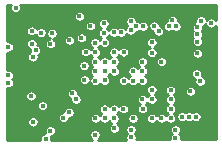
<source format=gbr>
G04 #@! TF.GenerationSoftware,KiCad,Pcbnew,(5.1.0)-1*
G04 #@! TF.CreationDate,2019-09-19T19:12:12-07:00*
G04 #@! TF.ProjectId,WireFreeV4_Release,57697265-4672-4656-9556-345f52656c65,rev?*
G04 #@! TF.SameCoordinates,Original*
G04 #@! TF.FileFunction,Copper,L5,Inr*
G04 #@! TF.FilePolarity,Positive*
%FSLAX46Y46*%
G04 Gerber Fmt 4.6, Leading zero omitted, Abs format (unit mm)*
G04 Created by KiCad (PCBNEW (5.1.0)-1) date 2019-09-19 19:12:12*
%MOMM*%
%LPD*%
G04 APERTURE LIST*
%ADD10C,0.450000*%
%ADD11C,0.254000*%
G04 APERTURE END LIST*
D10*
X119829580Y-96649540D03*
X122580400Y-98501200D03*
X125242320Y-99933760D03*
X128292860Y-100162360D03*
X124310140Y-94089220D03*
X120238520Y-92781120D03*
X117891560Y-92504260D03*
X121066560Y-100279200D03*
X121452640Y-99585780D03*
X118518940Y-89171780D03*
X128463040Y-98536760D03*
X132062220Y-99501960D03*
X131660900Y-97750840D03*
X129265680Y-96936560D03*
X129293620Y-97750840D03*
X130063240Y-96124820D03*
X126865380Y-94548341D03*
X126862840Y-92937120D03*
X129265380Y-95353952D03*
X128468120Y-95353952D03*
X125260100Y-95359895D03*
X123063000Y-91948000D03*
X133858000Y-94767400D03*
X130248660Y-90728800D03*
X132036820Y-100208080D03*
X126842520Y-91269820D03*
X122717560Y-97482660D03*
X126039880Y-99402900D03*
X119234540Y-89855720D03*
X128468097Y-96124820D03*
X130863340Y-96945240D03*
X128468120Y-96930420D03*
X127662940Y-93742739D03*
X130867360Y-95353952D03*
X130065780Y-91340940D03*
X130061750Y-93734670D03*
X122084750Y-92276010D03*
X122593100Y-91315540D03*
X135351520Y-95039180D03*
X117894100Y-94896940D03*
X123040140Y-98031300D03*
X123642118Y-96923860D03*
X135063920Y-90474800D03*
X131476805Y-90747319D03*
X134148610Y-95412560D03*
X131658360Y-98553060D03*
X133319520Y-96248220D03*
X133786880Y-98397060D03*
X130063240Y-98536760D03*
X127662940Y-95353952D03*
X130864009Y-98536938D03*
X130060700Y-96939100D03*
X127654260Y-97750840D03*
X128463040Y-94543251D03*
X119895620Y-91147900D03*
X119903240Y-92240100D03*
X123342203Y-96419967D03*
X119987060Y-93345000D03*
X124336722Y-95276717D03*
X119989600Y-98846640D03*
X123918980Y-89910920D03*
X132097780Y-90751660D03*
X127662940Y-92932049D03*
X124104400Y-91734638D03*
X124866398Y-90726260D03*
X129249618Y-94543880D03*
X126062740Y-92128959D03*
X125997750Y-90504767D03*
X127451406Y-91262011D03*
X130063240Y-92116690D03*
X128269350Y-91089712D03*
X125256080Y-92137450D03*
X124454920Y-92928440D03*
X128289260Y-90335100D03*
X128754707Y-90749120D03*
X125265180Y-93748672D03*
X129307240Y-90752580D03*
X125265180Y-94554283D03*
X131790440Y-90251280D03*
X130063240Y-92995970D03*
X130872440Y-93734670D03*
X133920450Y-91417140D03*
X130642360Y-91180920D03*
X133920450Y-90832212D03*
X129261863Y-93737220D03*
X134222000Y-90288996D03*
X131663440Y-96139000D03*
X133920450Y-92046681D03*
X126853977Y-93742730D03*
X125265180Y-98539300D03*
X121460260Y-92252800D03*
X125265180Y-92943061D03*
X120810020Y-97459800D03*
X125992680Y-91310368D03*
X126858235Y-98535215D03*
X126848650Y-97750850D03*
X133920450Y-93050297D03*
X126067820Y-94554283D03*
X126060200Y-97744280D03*
X132615940Y-98397060D03*
X128295400Y-99491800D03*
X126060200Y-98536760D03*
X126870460Y-99380040D03*
X133207760Y-98397060D03*
X131664574Y-96936139D03*
X117899180Y-95547180D03*
X126065280Y-93742309D03*
X120672429Y-91277440D03*
X126065280Y-95338900D03*
X121612660Y-91335860D03*
D11*
G36*
X118094455Y-88944888D02*
G01*
X118058347Y-89032061D01*
X118039940Y-89124603D01*
X118039940Y-89218957D01*
X118058347Y-89311499D01*
X118094455Y-89398672D01*
X118146876Y-89477125D01*
X118213595Y-89543844D01*
X118292048Y-89596265D01*
X118379221Y-89632373D01*
X118471763Y-89650780D01*
X118566117Y-89650780D01*
X118658659Y-89632373D01*
X118745832Y-89596265D01*
X118824285Y-89543844D01*
X118891004Y-89477125D01*
X118943425Y-89398672D01*
X118979533Y-89311499D01*
X118997940Y-89218957D01*
X118997940Y-89124603D01*
X118979533Y-89032061D01*
X118943425Y-88944888D01*
X118930403Y-88925400D01*
X135458200Y-88925400D01*
X135458200Y-90202703D01*
X135435984Y-90169455D01*
X135369265Y-90102736D01*
X135290812Y-90050315D01*
X135203639Y-90014207D01*
X135111097Y-89995800D01*
X135016743Y-89995800D01*
X134924201Y-90014207D01*
X134837028Y-90050315D01*
X134758575Y-90102736D01*
X134691856Y-90169455D01*
X134687811Y-90175509D01*
X134682593Y-90149277D01*
X134646485Y-90062104D01*
X134594064Y-89983651D01*
X134527345Y-89916932D01*
X134448892Y-89864511D01*
X134361719Y-89828403D01*
X134269177Y-89809996D01*
X134174823Y-89809996D01*
X134082281Y-89828403D01*
X133995108Y-89864511D01*
X133916655Y-89916932D01*
X133849936Y-89983651D01*
X133797515Y-90062104D01*
X133761407Y-90149277D01*
X133743000Y-90241819D01*
X133743000Y-90336173D01*
X133752386Y-90383360D01*
X133693558Y-90407727D01*
X133615105Y-90460148D01*
X133548386Y-90526867D01*
X133495965Y-90605320D01*
X133459857Y-90692493D01*
X133441450Y-90785035D01*
X133441450Y-90879389D01*
X133459857Y-90971931D01*
X133495965Y-91059104D01*
X133539779Y-91124676D01*
X133495965Y-91190248D01*
X133459857Y-91277421D01*
X133441450Y-91369963D01*
X133441450Y-91464317D01*
X133459857Y-91556859D01*
X133495965Y-91644032D01*
X133548386Y-91722485D01*
X133557812Y-91731911D01*
X133548386Y-91741336D01*
X133495965Y-91819789D01*
X133459857Y-91906962D01*
X133441450Y-91999504D01*
X133441450Y-92093858D01*
X133459857Y-92186400D01*
X133495965Y-92273573D01*
X133548386Y-92352026D01*
X133615105Y-92418745D01*
X133693558Y-92471166D01*
X133780731Y-92507274D01*
X133873273Y-92525681D01*
X133967627Y-92525681D01*
X134060169Y-92507274D01*
X134147342Y-92471166D01*
X134225795Y-92418745D01*
X134292514Y-92352026D01*
X134344935Y-92273573D01*
X134381043Y-92186400D01*
X134399450Y-92093858D01*
X134399450Y-91999504D01*
X134381043Y-91906962D01*
X134344935Y-91819789D01*
X134292514Y-91741336D01*
X134283089Y-91731911D01*
X134292514Y-91722485D01*
X134344935Y-91644032D01*
X134381043Y-91556859D01*
X134399450Y-91464317D01*
X134399450Y-91369963D01*
X134381043Y-91277421D01*
X134344935Y-91190248D01*
X134301121Y-91124676D01*
X134344935Y-91059104D01*
X134381043Y-90971931D01*
X134399450Y-90879389D01*
X134399450Y-90785035D01*
X134390064Y-90737848D01*
X134448892Y-90713481D01*
X134527345Y-90661060D01*
X134594064Y-90594341D01*
X134598109Y-90588287D01*
X134603327Y-90614519D01*
X134639435Y-90701692D01*
X134691856Y-90780145D01*
X134758575Y-90846864D01*
X134837028Y-90899285D01*
X134924201Y-90935393D01*
X135016743Y-90953800D01*
X135111097Y-90953800D01*
X135203639Y-90935393D01*
X135290812Y-90899285D01*
X135369265Y-90846864D01*
X135435984Y-90780145D01*
X135458200Y-90746897D01*
X135458200Y-100305139D01*
X132503397Y-100317713D01*
X132515820Y-100255257D01*
X132515820Y-100160903D01*
X132497413Y-100068361D01*
X132461305Y-99981188D01*
X132408884Y-99902735D01*
X132373869Y-99867720D01*
X132434284Y-99807305D01*
X132486705Y-99728852D01*
X132522813Y-99641679D01*
X132541220Y-99549137D01*
X132541220Y-99454783D01*
X132522813Y-99362241D01*
X132486705Y-99275068D01*
X132434284Y-99196615D01*
X132367565Y-99129896D01*
X132289112Y-99077475D01*
X132201939Y-99041367D01*
X132109397Y-99022960D01*
X132015043Y-99022960D01*
X131922501Y-99041367D01*
X131835328Y-99077475D01*
X131756875Y-99129896D01*
X131690156Y-99196615D01*
X131637735Y-99275068D01*
X131601627Y-99362241D01*
X131583220Y-99454783D01*
X131583220Y-99549137D01*
X131601627Y-99641679D01*
X131637735Y-99728852D01*
X131690156Y-99807305D01*
X131725171Y-99842320D01*
X131664756Y-99902735D01*
X131612335Y-99981188D01*
X131576227Y-100068361D01*
X131557820Y-100160903D01*
X131557820Y-100255257D01*
X131571032Y-100321680D01*
X128740345Y-100333725D01*
X128753453Y-100302079D01*
X128771860Y-100209537D01*
X128771860Y-100115183D01*
X128753453Y-100022641D01*
X128717345Y-99935468D01*
X128664924Y-99857015D01*
X128636259Y-99828350D01*
X128667464Y-99797145D01*
X128719885Y-99718692D01*
X128755993Y-99631519D01*
X128774400Y-99538977D01*
X128774400Y-99444623D01*
X128755993Y-99352081D01*
X128719885Y-99264908D01*
X128667464Y-99186455D01*
X128600745Y-99119736D01*
X128522292Y-99067315D01*
X128435119Y-99031207D01*
X128342577Y-99012800D01*
X128248223Y-99012800D01*
X128155681Y-99031207D01*
X128068508Y-99067315D01*
X127990055Y-99119736D01*
X127923336Y-99186455D01*
X127870915Y-99264908D01*
X127834807Y-99352081D01*
X127816400Y-99444623D01*
X127816400Y-99538977D01*
X127834807Y-99631519D01*
X127870915Y-99718692D01*
X127923336Y-99797145D01*
X127952001Y-99825810D01*
X127920796Y-99857015D01*
X127868375Y-99935468D01*
X127832267Y-100022641D01*
X127813860Y-100115183D01*
X127813860Y-100209537D01*
X127832267Y-100302079D01*
X127846950Y-100337527D01*
X125485177Y-100347577D01*
X125547665Y-100305824D01*
X125614384Y-100239105D01*
X125666805Y-100160652D01*
X125702913Y-100073479D01*
X125721320Y-99980937D01*
X125721320Y-99886583D01*
X125702913Y-99794041D01*
X125666805Y-99706868D01*
X125614384Y-99628415D01*
X125547665Y-99561696D01*
X125469212Y-99509275D01*
X125382039Y-99473167D01*
X125289497Y-99454760D01*
X125195143Y-99454760D01*
X125102601Y-99473167D01*
X125015428Y-99509275D01*
X124936975Y-99561696D01*
X124870256Y-99628415D01*
X124817835Y-99706868D01*
X124781727Y-99794041D01*
X124763320Y-99886583D01*
X124763320Y-99980937D01*
X124781727Y-100073479D01*
X124817835Y-100160652D01*
X124870256Y-100239105D01*
X124936975Y-100305824D01*
X125002536Y-100349631D01*
X121538002Y-100364374D01*
X121545560Y-100326377D01*
X121545560Y-100232023D01*
X121527153Y-100139481D01*
X121496211Y-100064780D01*
X121499817Y-100064780D01*
X121592359Y-100046373D01*
X121679532Y-100010265D01*
X121757985Y-99957844D01*
X121824704Y-99891125D01*
X121877125Y-99812672D01*
X121913233Y-99725499D01*
X121931640Y-99632957D01*
X121931640Y-99538603D01*
X121913233Y-99446061D01*
X121877125Y-99358888D01*
X121824704Y-99280435D01*
X121757985Y-99213716D01*
X121679532Y-99161295D01*
X121592359Y-99125187D01*
X121499817Y-99106780D01*
X121405463Y-99106780D01*
X121312921Y-99125187D01*
X121225748Y-99161295D01*
X121147295Y-99213716D01*
X121080576Y-99280435D01*
X121028155Y-99358888D01*
X120992047Y-99446061D01*
X120973640Y-99538603D01*
X120973640Y-99632957D01*
X120992047Y-99725499D01*
X121022989Y-99800200D01*
X121019383Y-99800200D01*
X120926841Y-99818607D01*
X120839668Y-99854715D01*
X120761215Y-99907136D01*
X120694496Y-99973855D01*
X120642075Y-100052308D01*
X120605967Y-100139481D01*
X120587560Y-100232023D01*
X120587560Y-100326377D01*
X120595915Y-100368382D01*
X117804924Y-100380259D01*
X117801496Y-98799463D01*
X119510600Y-98799463D01*
X119510600Y-98893817D01*
X119529007Y-98986359D01*
X119565115Y-99073532D01*
X119617536Y-99151985D01*
X119684255Y-99218704D01*
X119762708Y-99271125D01*
X119849881Y-99307233D01*
X119942423Y-99325640D01*
X120036777Y-99325640D01*
X120129319Y-99307233D01*
X120216492Y-99271125D01*
X120294945Y-99218704D01*
X120361664Y-99151985D01*
X120414085Y-99073532D01*
X120450193Y-98986359D01*
X120468600Y-98893817D01*
X120468600Y-98799463D01*
X120450193Y-98706921D01*
X120414085Y-98619748D01*
X120361664Y-98541295D01*
X120294945Y-98474576D01*
X120264186Y-98454023D01*
X122101400Y-98454023D01*
X122101400Y-98548377D01*
X122119807Y-98640919D01*
X122155915Y-98728092D01*
X122208336Y-98806545D01*
X122275055Y-98873264D01*
X122353508Y-98925685D01*
X122440681Y-98961793D01*
X122533223Y-98980200D01*
X122627577Y-98980200D01*
X122720119Y-98961793D01*
X122807292Y-98925685D01*
X122885745Y-98873264D01*
X122952464Y-98806545D01*
X123004885Y-98728092D01*
X123040993Y-98640919D01*
X123059400Y-98548377D01*
X123059400Y-98510300D01*
X123087317Y-98510300D01*
X123178702Y-98492123D01*
X124786180Y-98492123D01*
X124786180Y-98586477D01*
X124804587Y-98679019D01*
X124840695Y-98766192D01*
X124893116Y-98844645D01*
X124959835Y-98911364D01*
X125038288Y-98963785D01*
X125125461Y-98999893D01*
X125218003Y-99018300D01*
X125312357Y-99018300D01*
X125404899Y-98999893D01*
X125492072Y-98963785D01*
X125570525Y-98911364D01*
X125637244Y-98844645D01*
X125663539Y-98805293D01*
X125688136Y-98842105D01*
X125754855Y-98908824D01*
X125833308Y-98961245D01*
X125920481Y-98997353D01*
X126013023Y-99015760D01*
X126107377Y-99015760D01*
X126199919Y-98997353D01*
X126287092Y-98961245D01*
X126365545Y-98908824D01*
X126432264Y-98842105D01*
X126459734Y-98800994D01*
X126486171Y-98840560D01*
X126552890Y-98907279D01*
X126631343Y-98959700D01*
X126635060Y-98961240D01*
X126565115Y-99007976D01*
X126498396Y-99074695D01*
X126445975Y-99153148D01*
X126409867Y-99240321D01*
X126391460Y-99332863D01*
X126391460Y-99427217D01*
X126409867Y-99519759D01*
X126445975Y-99606932D01*
X126498396Y-99685385D01*
X126565115Y-99752104D01*
X126643568Y-99804525D01*
X126730741Y-99840633D01*
X126823283Y-99859040D01*
X126917637Y-99859040D01*
X127010179Y-99840633D01*
X127097352Y-99804525D01*
X127175805Y-99752104D01*
X127242524Y-99685385D01*
X127294945Y-99606932D01*
X127331053Y-99519759D01*
X127349460Y-99427217D01*
X127349460Y-99332863D01*
X127331053Y-99240321D01*
X127294945Y-99153148D01*
X127242524Y-99074695D01*
X127175805Y-99007976D01*
X127097352Y-98955555D01*
X127093635Y-98954015D01*
X127163580Y-98907279D01*
X127230299Y-98840560D01*
X127282720Y-98762107D01*
X127318828Y-98674934D01*
X127337235Y-98582392D01*
X127337235Y-98489583D01*
X127984040Y-98489583D01*
X127984040Y-98583937D01*
X128002447Y-98676479D01*
X128038555Y-98763652D01*
X128090976Y-98842105D01*
X128157695Y-98908824D01*
X128236148Y-98961245D01*
X128323321Y-98997353D01*
X128415863Y-99015760D01*
X128510217Y-99015760D01*
X128602759Y-98997353D01*
X128689932Y-98961245D01*
X128768385Y-98908824D01*
X128835104Y-98842105D01*
X128887525Y-98763652D01*
X128923633Y-98676479D01*
X128942040Y-98583937D01*
X128942040Y-98489583D01*
X129584240Y-98489583D01*
X129584240Y-98583937D01*
X129602647Y-98676479D01*
X129638755Y-98763652D01*
X129691176Y-98842105D01*
X129757895Y-98908824D01*
X129836348Y-98961245D01*
X129923521Y-98997353D01*
X130016063Y-99015760D01*
X130110417Y-99015760D01*
X130202959Y-98997353D01*
X130290132Y-98961245D01*
X130368585Y-98908824D01*
X130435304Y-98842105D01*
X130463565Y-98799810D01*
X130491945Y-98842283D01*
X130558664Y-98909002D01*
X130637117Y-98961423D01*
X130724290Y-98997531D01*
X130816832Y-99015938D01*
X130911186Y-99015938D01*
X131003728Y-98997531D01*
X131090901Y-98961423D01*
X131169354Y-98909002D01*
X131236073Y-98842283D01*
X131255798Y-98812762D01*
X131286296Y-98858405D01*
X131353015Y-98925124D01*
X131431468Y-98977545D01*
X131518641Y-99013653D01*
X131611183Y-99032060D01*
X131705537Y-99032060D01*
X131798079Y-99013653D01*
X131885252Y-98977545D01*
X131963705Y-98925124D01*
X132030424Y-98858405D01*
X132082845Y-98779952D01*
X132118953Y-98692779D01*
X132137360Y-98600237D01*
X132137360Y-98505883D01*
X132118953Y-98413341D01*
X132092669Y-98349883D01*
X132136940Y-98349883D01*
X132136940Y-98444237D01*
X132155347Y-98536779D01*
X132191455Y-98623952D01*
X132243876Y-98702405D01*
X132310595Y-98769124D01*
X132389048Y-98821545D01*
X132476221Y-98857653D01*
X132568763Y-98876060D01*
X132663117Y-98876060D01*
X132755659Y-98857653D01*
X132842832Y-98821545D01*
X132911850Y-98775428D01*
X132980868Y-98821545D01*
X133068041Y-98857653D01*
X133160583Y-98876060D01*
X133254937Y-98876060D01*
X133347479Y-98857653D01*
X133434652Y-98821545D01*
X133497320Y-98779671D01*
X133559988Y-98821545D01*
X133647161Y-98857653D01*
X133739703Y-98876060D01*
X133834057Y-98876060D01*
X133926599Y-98857653D01*
X134013772Y-98821545D01*
X134092225Y-98769124D01*
X134158944Y-98702405D01*
X134211365Y-98623952D01*
X134247473Y-98536779D01*
X134265880Y-98444237D01*
X134265880Y-98349883D01*
X134247473Y-98257341D01*
X134211365Y-98170168D01*
X134158944Y-98091715D01*
X134092225Y-98024996D01*
X134013772Y-97972575D01*
X133926599Y-97936467D01*
X133834057Y-97918060D01*
X133739703Y-97918060D01*
X133647161Y-97936467D01*
X133559988Y-97972575D01*
X133497320Y-98014449D01*
X133434652Y-97972575D01*
X133347479Y-97936467D01*
X133254937Y-97918060D01*
X133160583Y-97918060D01*
X133068041Y-97936467D01*
X132980868Y-97972575D01*
X132911850Y-98018692D01*
X132842832Y-97972575D01*
X132755659Y-97936467D01*
X132663117Y-97918060D01*
X132568763Y-97918060D01*
X132476221Y-97936467D01*
X132389048Y-97972575D01*
X132310595Y-98024996D01*
X132243876Y-98091715D01*
X132191455Y-98170168D01*
X132155347Y-98257341D01*
X132136940Y-98349883D01*
X132092669Y-98349883D01*
X132082845Y-98326168D01*
X132030424Y-98247715D01*
X131963705Y-98180996D01*
X131921505Y-98152799D01*
X131966245Y-98122904D01*
X132032964Y-98056185D01*
X132085385Y-97977732D01*
X132121493Y-97890559D01*
X132139900Y-97798017D01*
X132139900Y-97703663D01*
X132121493Y-97611121D01*
X132085385Y-97523948D01*
X132032964Y-97445495D01*
X131966245Y-97378776D01*
X131915272Y-97344717D01*
X131969919Y-97308203D01*
X132036638Y-97241484D01*
X132089059Y-97163031D01*
X132125167Y-97075858D01*
X132143574Y-96983316D01*
X132143574Y-96888962D01*
X132125167Y-96796420D01*
X132089059Y-96709247D01*
X132036638Y-96630794D01*
X131969919Y-96564075D01*
X131929684Y-96537191D01*
X131968785Y-96511064D01*
X132035504Y-96444345D01*
X132087925Y-96365892D01*
X132124033Y-96278719D01*
X132139483Y-96201043D01*
X132840520Y-96201043D01*
X132840520Y-96295397D01*
X132858927Y-96387939D01*
X132895035Y-96475112D01*
X132947456Y-96553565D01*
X133014175Y-96620284D01*
X133092628Y-96672705D01*
X133179801Y-96708813D01*
X133272343Y-96727220D01*
X133366697Y-96727220D01*
X133459239Y-96708813D01*
X133546412Y-96672705D01*
X133624865Y-96620284D01*
X133691584Y-96553565D01*
X133744005Y-96475112D01*
X133780113Y-96387939D01*
X133798520Y-96295397D01*
X133798520Y-96201043D01*
X133780113Y-96108501D01*
X133744005Y-96021328D01*
X133691584Y-95942875D01*
X133624865Y-95876156D01*
X133546412Y-95823735D01*
X133459239Y-95787627D01*
X133366697Y-95769220D01*
X133272343Y-95769220D01*
X133179801Y-95787627D01*
X133092628Y-95823735D01*
X133014175Y-95876156D01*
X132947456Y-95942875D01*
X132895035Y-96021328D01*
X132858927Y-96108501D01*
X132840520Y-96201043D01*
X132139483Y-96201043D01*
X132142440Y-96186177D01*
X132142440Y-96091823D01*
X132124033Y-95999281D01*
X132087925Y-95912108D01*
X132035504Y-95833655D01*
X131968785Y-95766936D01*
X131890332Y-95714515D01*
X131803159Y-95678407D01*
X131710617Y-95660000D01*
X131616263Y-95660000D01*
X131523721Y-95678407D01*
X131436548Y-95714515D01*
X131358095Y-95766936D01*
X131291376Y-95833655D01*
X131238955Y-95912108D01*
X131202847Y-95999281D01*
X131184440Y-96091823D01*
X131184440Y-96186177D01*
X131202847Y-96278719D01*
X131238955Y-96365892D01*
X131291376Y-96444345D01*
X131358095Y-96511064D01*
X131398330Y-96537948D01*
X131359229Y-96564075D01*
X131292510Y-96630794D01*
X131240089Y-96709247D01*
X131203981Y-96796420D01*
X131185574Y-96888962D01*
X131185574Y-96983316D01*
X131203981Y-97075858D01*
X131240089Y-97163031D01*
X131292510Y-97241484D01*
X131359229Y-97308203D01*
X131410202Y-97342262D01*
X131355555Y-97378776D01*
X131288836Y-97445495D01*
X131236415Y-97523948D01*
X131200307Y-97611121D01*
X131181900Y-97703663D01*
X131181900Y-97798017D01*
X131200307Y-97890559D01*
X131236415Y-97977732D01*
X131288836Y-98056185D01*
X131355555Y-98122904D01*
X131397755Y-98151101D01*
X131353015Y-98180996D01*
X131286296Y-98247715D01*
X131266571Y-98277236D01*
X131236073Y-98231593D01*
X131169354Y-98164874D01*
X131090901Y-98112453D01*
X131003728Y-98076345D01*
X130911186Y-98057938D01*
X130816832Y-98057938D01*
X130724290Y-98076345D01*
X130637117Y-98112453D01*
X130558664Y-98164874D01*
X130491945Y-98231593D01*
X130463684Y-98273888D01*
X130435304Y-98231415D01*
X130368585Y-98164696D01*
X130290132Y-98112275D01*
X130202959Y-98076167D01*
X130110417Y-98057760D01*
X130016063Y-98057760D01*
X129923521Y-98076167D01*
X129836348Y-98112275D01*
X129757895Y-98164696D01*
X129691176Y-98231415D01*
X129638755Y-98309868D01*
X129602647Y-98397041D01*
X129584240Y-98489583D01*
X128942040Y-98489583D01*
X128923633Y-98397041D01*
X128887525Y-98309868D01*
X128835104Y-98231415D01*
X128768385Y-98164696D01*
X128689932Y-98112275D01*
X128602759Y-98076167D01*
X128510217Y-98057760D01*
X128415863Y-98057760D01*
X128323321Y-98076167D01*
X128236148Y-98112275D01*
X128157695Y-98164696D01*
X128090976Y-98231415D01*
X128038555Y-98309868D01*
X128002447Y-98397041D01*
X127984040Y-98489583D01*
X127337235Y-98489583D01*
X127337235Y-98488038D01*
X127318828Y-98395496D01*
X127282720Y-98308323D01*
X127230299Y-98229870D01*
X127163580Y-98163151D01*
X127128678Y-98139830D01*
X127153995Y-98122914D01*
X127220714Y-98056195D01*
X127251458Y-98010183D01*
X127282196Y-98056185D01*
X127348915Y-98122904D01*
X127427368Y-98175325D01*
X127514541Y-98211433D01*
X127607083Y-98229840D01*
X127701437Y-98229840D01*
X127793979Y-98211433D01*
X127881152Y-98175325D01*
X127959605Y-98122904D01*
X128026324Y-98056185D01*
X128078745Y-97977732D01*
X128114853Y-97890559D01*
X128133260Y-97798017D01*
X128133260Y-97703663D01*
X128114853Y-97611121D01*
X128078745Y-97523948D01*
X128026324Y-97445495D01*
X127959605Y-97378776D01*
X127881152Y-97326355D01*
X127793979Y-97290247D01*
X127701437Y-97271840D01*
X127607083Y-97271840D01*
X127514541Y-97290247D01*
X127427368Y-97326355D01*
X127348915Y-97378776D01*
X127282196Y-97445495D01*
X127251452Y-97491507D01*
X127220714Y-97445505D01*
X127153995Y-97378786D01*
X127075542Y-97326365D01*
X126988369Y-97290257D01*
X126895827Y-97271850D01*
X126801473Y-97271850D01*
X126708931Y-97290257D01*
X126621758Y-97326365D01*
X126543305Y-97378786D01*
X126476586Y-97445505D01*
X126456620Y-97475386D01*
X126432264Y-97438935D01*
X126365545Y-97372216D01*
X126287092Y-97319795D01*
X126199919Y-97283687D01*
X126107377Y-97265280D01*
X126013023Y-97265280D01*
X125920481Y-97283687D01*
X125833308Y-97319795D01*
X125754855Y-97372216D01*
X125688136Y-97438935D01*
X125635715Y-97517388D01*
X125599607Y-97604561D01*
X125581200Y-97697103D01*
X125581200Y-97791457D01*
X125599607Y-97883999D01*
X125635715Y-97971172D01*
X125688136Y-98049625D01*
X125754855Y-98116344D01*
X125791037Y-98140520D01*
X125754855Y-98164696D01*
X125688136Y-98231415D01*
X125661841Y-98270767D01*
X125637244Y-98233955D01*
X125570525Y-98167236D01*
X125492072Y-98114815D01*
X125404899Y-98078707D01*
X125312357Y-98060300D01*
X125218003Y-98060300D01*
X125125461Y-98078707D01*
X125038288Y-98114815D01*
X124959835Y-98167236D01*
X124893116Y-98233955D01*
X124840695Y-98312408D01*
X124804587Y-98399581D01*
X124786180Y-98492123D01*
X123178702Y-98492123D01*
X123179859Y-98491893D01*
X123267032Y-98455785D01*
X123345485Y-98403364D01*
X123412204Y-98336645D01*
X123464625Y-98258192D01*
X123500733Y-98171019D01*
X123519140Y-98078477D01*
X123519140Y-97984123D01*
X123500733Y-97891581D01*
X123464625Y-97804408D01*
X123412204Y-97725955D01*
X123345485Y-97659236D01*
X123267032Y-97606815D01*
X123179859Y-97570707D01*
X123087317Y-97552300D01*
X122992963Y-97552300D01*
X122900421Y-97570707D01*
X122813248Y-97606815D01*
X122734795Y-97659236D01*
X122668076Y-97725955D01*
X122615655Y-97804408D01*
X122579547Y-97891581D01*
X122561140Y-97984123D01*
X122561140Y-98022200D01*
X122533223Y-98022200D01*
X122440681Y-98040607D01*
X122353508Y-98076715D01*
X122275055Y-98129136D01*
X122208336Y-98195855D01*
X122155915Y-98274308D01*
X122119807Y-98361481D01*
X122101400Y-98454023D01*
X120264186Y-98454023D01*
X120216492Y-98422155D01*
X120129319Y-98386047D01*
X120036777Y-98367640D01*
X119942423Y-98367640D01*
X119849881Y-98386047D01*
X119762708Y-98422155D01*
X119684255Y-98474576D01*
X119617536Y-98541295D01*
X119565115Y-98619748D01*
X119529007Y-98706921D01*
X119510600Y-98799463D01*
X117801496Y-98799463D01*
X117798488Y-97412623D01*
X120331020Y-97412623D01*
X120331020Y-97506977D01*
X120349427Y-97599519D01*
X120385535Y-97686692D01*
X120437956Y-97765145D01*
X120504675Y-97831864D01*
X120583128Y-97884285D01*
X120670301Y-97920393D01*
X120762843Y-97938800D01*
X120857197Y-97938800D01*
X120949739Y-97920393D01*
X121036912Y-97884285D01*
X121115365Y-97831864D01*
X121182084Y-97765145D01*
X121234505Y-97686692D01*
X121270613Y-97599519D01*
X121289020Y-97506977D01*
X121289020Y-97412623D01*
X121270613Y-97320081D01*
X121234505Y-97232908D01*
X121182084Y-97154455D01*
X121115365Y-97087736D01*
X121036912Y-97035315D01*
X120949739Y-96999207D01*
X120857197Y-96980800D01*
X120762843Y-96980800D01*
X120670301Y-96999207D01*
X120583128Y-97035315D01*
X120504675Y-97087736D01*
X120437956Y-97154455D01*
X120385535Y-97232908D01*
X120349427Y-97320081D01*
X120331020Y-97412623D01*
X117798488Y-97412623D01*
X117796730Y-96602363D01*
X119350580Y-96602363D01*
X119350580Y-96696717D01*
X119368987Y-96789259D01*
X119405095Y-96876432D01*
X119457516Y-96954885D01*
X119524235Y-97021604D01*
X119602688Y-97074025D01*
X119689861Y-97110133D01*
X119782403Y-97128540D01*
X119876757Y-97128540D01*
X119969299Y-97110133D01*
X120056472Y-97074025D01*
X120134925Y-97021604D01*
X120201644Y-96954885D01*
X120254065Y-96876432D01*
X120290173Y-96789259D01*
X120308580Y-96696717D01*
X120308580Y-96602363D01*
X120290173Y-96509821D01*
X120254065Y-96422648D01*
X120220751Y-96372790D01*
X122863203Y-96372790D01*
X122863203Y-96467144D01*
X122881610Y-96559686D01*
X122917718Y-96646859D01*
X122970139Y-96725312D01*
X123036858Y-96792031D01*
X123115311Y-96844452D01*
X123165402Y-96865200D01*
X123163118Y-96876683D01*
X123163118Y-96971037D01*
X123181525Y-97063579D01*
X123217633Y-97150752D01*
X123270054Y-97229205D01*
X123336773Y-97295924D01*
X123415226Y-97348345D01*
X123502399Y-97384453D01*
X123594941Y-97402860D01*
X123689295Y-97402860D01*
X123781837Y-97384453D01*
X123869010Y-97348345D01*
X123947463Y-97295924D01*
X124014182Y-97229205D01*
X124066603Y-97150752D01*
X124102711Y-97063579D01*
X124121118Y-96971037D01*
X124121118Y-96889383D01*
X128786680Y-96889383D01*
X128786680Y-96983737D01*
X128805087Y-97076279D01*
X128841195Y-97163452D01*
X128893616Y-97241905D01*
X128960335Y-97308624D01*
X129026800Y-97353035D01*
X128988275Y-97378776D01*
X128921556Y-97445495D01*
X128869135Y-97523948D01*
X128833027Y-97611121D01*
X128814620Y-97703663D01*
X128814620Y-97798017D01*
X128833027Y-97890559D01*
X128869135Y-97977732D01*
X128921556Y-98056185D01*
X128988275Y-98122904D01*
X129066728Y-98175325D01*
X129153901Y-98211433D01*
X129246443Y-98229840D01*
X129340797Y-98229840D01*
X129433339Y-98211433D01*
X129520512Y-98175325D01*
X129598965Y-98122904D01*
X129665684Y-98056185D01*
X129718105Y-97977732D01*
X129754213Y-97890559D01*
X129772620Y-97798017D01*
X129772620Y-97703663D01*
X129754213Y-97611121D01*
X129718105Y-97523948D01*
X129665684Y-97445495D01*
X129598965Y-97378776D01*
X129532500Y-97334365D01*
X129571025Y-97308624D01*
X129637744Y-97241905D01*
X129662341Y-97205093D01*
X129688636Y-97244445D01*
X129755355Y-97311164D01*
X129833808Y-97363585D01*
X129920981Y-97399693D01*
X130013523Y-97418100D01*
X130107877Y-97418100D01*
X130200419Y-97399693D01*
X130287592Y-97363585D01*
X130366045Y-97311164D01*
X130432764Y-97244445D01*
X130485185Y-97165992D01*
X130521293Y-97078819D01*
X130539700Y-96986277D01*
X130539700Y-96891923D01*
X130521293Y-96799381D01*
X130485185Y-96712208D01*
X130432764Y-96633755D01*
X130366045Y-96567036D01*
X130314820Y-96532809D01*
X130368585Y-96496884D01*
X130435304Y-96430165D01*
X130487725Y-96351712D01*
X130523833Y-96264539D01*
X130542240Y-96171997D01*
X130542240Y-96077643D01*
X130523833Y-95985101D01*
X130487725Y-95897928D01*
X130435304Y-95819475D01*
X130368585Y-95752756D01*
X130290132Y-95700335D01*
X130202959Y-95664227D01*
X130110417Y-95645820D01*
X130016063Y-95645820D01*
X129923521Y-95664227D01*
X129836348Y-95700335D01*
X129757895Y-95752756D01*
X129691176Y-95819475D01*
X129638755Y-95897928D01*
X129602647Y-95985101D01*
X129584240Y-96077643D01*
X129584240Y-96171997D01*
X129602647Y-96264539D01*
X129638755Y-96351712D01*
X129691176Y-96430165D01*
X129757895Y-96496884D01*
X129809120Y-96531111D01*
X129755355Y-96567036D01*
X129688636Y-96633755D01*
X129664039Y-96670567D01*
X129637744Y-96631215D01*
X129571025Y-96564496D01*
X129492572Y-96512075D01*
X129405399Y-96475967D01*
X129312857Y-96457560D01*
X129218503Y-96457560D01*
X129125961Y-96475967D01*
X129038788Y-96512075D01*
X128960335Y-96564496D01*
X128893616Y-96631215D01*
X128841195Y-96709668D01*
X128805087Y-96796841D01*
X128786680Y-96889383D01*
X124121118Y-96889383D01*
X124121118Y-96876683D01*
X124102711Y-96784141D01*
X124066603Y-96696968D01*
X124014182Y-96618515D01*
X123947463Y-96551796D01*
X123869010Y-96499375D01*
X123818919Y-96478627D01*
X123821203Y-96467144D01*
X123821203Y-96372790D01*
X123802796Y-96280248D01*
X123766688Y-96193075D01*
X123714267Y-96114622D01*
X123647548Y-96047903D01*
X123569095Y-95995482D01*
X123481922Y-95959374D01*
X123389380Y-95940967D01*
X123295026Y-95940967D01*
X123202484Y-95959374D01*
X123115311Y-95995482D01*
X123036858Y-96047903D01*
X122970139Y-96114622D01*
X122917718Y-96193075D01*
X122881610Y-96280248D01*
X122863203Y-96372790D01*
X120220751Y-96372790D01*
X120201644Y-96344195D01*
X120134925Y-96277476D01*
X120056472Y-96225055D01*
X119969299Y-96188947D01*
X119876757Y-96170540D01*
X119782403Y-96170540D01*
X119689861Y-96188947D01*
X119602688Y-96225055D01*
X119524235Y-96277476D01*
X119457516Y-96344195D01*
X119405095Y-96422648D01*
X119368987Y-96509821D01*
X119350580Y-96602363D01*
X117796730Y-96602363D01*
X117795455Y-96014932D01*
X117852003Y-96026180D01*
X117946357Y-96026180D01*
X118038899Y-96007773D01*
X118126072Y-95971665D01*
X118204525Y-95919244D01*
X118271244Y-95852525D01*
X118323665Y-95774072D01*
X118359773Y-95686899D01*
X118378180Y-95594357D01*
X118378180Y-95500003D01*
X118359773Y-95407461D01*
X118323665Y-95320288D01*
X118271244Y-95241835D01*
X118258949Y-95229540D01*
X123857722Y-95229540D01*
X123857722Y-95323894D01*
X123876129Y-95416436D01*
X123912237Y-95503609D01*
X123964658Y-95582062D01*
X124031377Y-95648781D01*
X124109830Y-95701202D01*
X124197003Y-95737310D01*
X124289545Y-95755717D01*
X124383899Y-95755717D01*
X124476441Y-95737310D01*
X124563614Y-95701202D01*
X124642067Y-95648781D01*
X124708786Y-95582062D01*
X124761207Y-95503609D01*
X124787619Y-95439845D01*
X124799507Y-95499614D01*
X124835615Y-95586787D01*
X124888036Y-95665240D01*
X124954755Y-95731959D01*
X125033208Y-95784380D01*
X125120381Y-95820488D01*
X125212923Y-95838895D01*
X125307277Y-95838895D01*
X125399819Y-95820488D01*
X125486992Y-95784380D01*
X125565445Y-95731959D01*
X125632164Y-95665240D01*
X125669704Y-95609057D01*
X125693216Y-95644245D01*
X125759935Y-95710964D01*
X125838388Y-95763385D01*
X125925561Y-95799493D01*
X126018103Y-95817900D01*
X126112457Y-95817900D01*
X126204999Y-95799493D01*
X126292172Y-95763385D01*
X126370625Y-95710964D01*
X126437344Y-95644245D01*
X126489765Y-95565792D01*
X126525873Y-95478619D01*
X126544280Y-95386077D01*
X126544280Y-95306775D01*
X127183940Y-95306775D01*
X127183940Y-95401129D01*
X127202347Y-95493671D01*
X127238455Y-95580844D01*
X127290876Y-95659297D01*
X127357595Y-95726016D01*
X127436048Y-95778437D01*
X127523221Y-95814545D01*
X127615763Y-95832952D01*
X127710117Y-95832952D01*
X127802659Y-95814545D01*
X127889832Y-95778437D01*
X127968285Y-95726016D01*
X128035004Y-95659297D01*
X128065530Y-95613612D01*
X128096056Y-95659297D01*
X128162775Y-95726016D01*
X128241228Y-95778437D01*
X128328401Y-95814545D01*
X128420943Y-95832952D01*
X128515297Y-95832952D01*
X128607839Y-95814545D01*
X128695012Y-95778437D01*
X128773465Y-95726016D01*
X128840184Y-95659297D01*
X128866750Y-95619538D01*
X128893316Y-95659297D01*
X128960035Y-95726016D01*
X129038488Y-95778437D01*
X129125661Y-95814545D01*
X129218203Y-95832952D01*
X129312557Y-95832952D01*
X129405099Y-95814545D01*
X129492272Y-95778437D01*
X129570725Y-95726016D01*
X129637444Y-95659297D01*
X129689865Y-95580844D01*
X129725973Y-95493671D01*
X129744380Y-95401129D01*
X129744380Y-95306775D01*
X129725973Y-95214233D01*
X129689865Y-95127060D01*
X129637444Y-95048607D01*
X129570725Y-94981888D01*
X129513498Y-94943650D01*
X129554963Y-94915944D01*
X129621682Y-94849225D01*
X129674103Y-94770772D01*
X129695040Y-94720223D01*
X133379000Y-94720223D01*
X133379000Y-94814577D01*
X133397407Y-94907119D01*
X133433515Y-94994292D01*
X133485936Y-95072745D01*
X133552655Y-95139464D01*
X133631108Y-95191885D01*
X133708305Y-95223861D01*
X133688017Y-95272841D01*
X133669610Y-95365383D01*
X133669610Y-95459737D01*
X133688017Y-95552279D01*
X133724125Y-95639452D01*
X133776546Y-95717905D01*
X133843265Y-95784624D01*
X133921718Y-95837045D01*
X134008891Y-95873153D01*
X134101433Y-95891560D01*
X134195787Y-95891560D01*
X134288329Y-95873153D01*
X134375502Y-95837045D01*
X134453955Y-95784624D01*
X134520674Y-95717905D01*
X134573095Y-95639452D01*
X134609203Y-95552279D01*
X134627610Y-95459737D01*
X134627610Y-95365383D01*
X134609203Y-95272841D01*
X134573095Y-95185668D01*
X134520674Y-95107215D01*
X134453955Y-95040496D01*
X134375502Y-94988075D01*
X134298305Y-94956099D01*
X134318593Y-94907119D01*
X134337000Y-94814577D01*
X134337000Y-94720223D01*
X134318593Y-94627681D01*
X134282485Y-94540508D01*
X134230064Y-94462055D01*
X134163345Y-94395336D01*
X134084892Y-94342915D01*
X133997719Y-94306807D01*
X133905177Y-94288400D01*
X133810823Y-94288400D01*
X133718281Y-94306807D01*
X133631108Y-94342915D01*
X133552655Y-94395336D01*
X133485936Y-94462055D01*
X133433515Y-94540508D01*
X133397407Y-94627681D01*
X133379000Y-94720223D01*
X129695040Y-94720223D01*
X129710211Y-94683599D01*
X129728618Y-94591057D01*
X129728618Y-94496703D01*
X129710211Y-94404161D01*
X129674103Y-94316988D01*
X129621682Y-94238535D01*
X129554963Y-94171816D01*
X129514293Y-94144641D01*
X129567208Y-94109284D01*
X129633927Y-94042565D01*
X129686348Y-93964112D01*
X129722456Y-93876939D01*
X129740863Y-93784397D01*
X129740863Y-93690043D01*
X129740356Y-93687493D01*
X130393440Y-93687493D01*
X130393440Y-93781847D01*
X130411847Y-93874389D01*
X130447955Y-93961562D01*
X130500376Y-94040015D01*
X130567095Y-94106734D01*
X130645548Y-94159155D01*
X130732721Y-94195263D01*
X130825263Y-94213670D01*
X130919617Y-94213670D01*
X131012159Y-94195263D01*
X131099332Y-94159155D01*
X131177785Y-94106734D01*
X131244504Y-94040015D01*
X131296925Y-93961562D01*
X131333033Y-93874389D01*
X131351440Y-93781847D01*
X131351440Y-93687493D01*
X131333033Y-93594951D01*
X131296925Y-93507778D01*
X131244504Y-93429325D01*
X131177785Y-93362606D01*
X131099332Y-93310185D01*
X131012159Y-93274077D01*
X130919617Y-93255670D01*
X130825263Y-93255670D01*
X130732721Y-93274077D01*
X130645548Y-93310185D01*
X130567095Y-93362606D01*
X130500376Y-93429325D01*
X130447955Y-93507778D01*
X130411847Y-93594951D01*
X130393440Y-93687493D01*
X129740356Y-93687493D01*
X129722456Y-93597501D01*
X129686348Y-93510328D01*
X129633927Y-93431875D01*
X129567208Y-93365156D01*
X129488755Y-93312735D01*
X129401582Y-93276627D01*
X129309040Y-93258220D01*
X129214686Y-93258220D01*
X129122144Y-93276627D01*
X129034971Y-93312735D01*
X128956518Y-93365156D01*
X128889799Y-93431875D01*
X128837378Y-93510328D01*
X128801270Y-93597501D01*
X128782863Y-93690043D01*
X128782863Y-93784397D01*
X128801270Y-93876939D01*
X128837378Y-93964112D01*
X128889799Y-94042565D01*
X128956518Y-94109284D01*
X128997188Y-94136459D01*
X128944273Y-94171816D01*
X128877554Y-94238535D01*
X128856539Y-94269986D01*
X128835104Y-94237906D01*
X128768385Y-94171187D01*
X128689932Y-94118766D01*
X128602759Y-94082658D01*
X128510217Y-94064251D01*
X128415863Y-94064251D01*
X128323321Y-94082658D01*
X128236148Y-94118766D01*
X128157695Y-94171187D01*
X128090976Y-94237906D01*
X128038555Y-94316359D01*
X128002447Y-94403532D01*
X127984040Y-94496074D01*
X127984040Y-94590428D01*
X128002447Y-94682970D01*
X128038555Y-94770143D01*
X128090976Y-94848596D01*
X128157695Y-94915315D01*
X128210051Y-94950299D01*
X128162775Y-94981888D01*
X128096056Y-95048607D01*
X128065530Y-95094292D01*
X128035004Y-95048607D01*
X127968285Y-94981888D01*
X127889832Y-94929467D01*
X127802659Y-94893359D01*
X127710117Y-94874952D01*
X127615763Y-94874952D01*
X127523221Y-94893359D01*
X127436048Y-94929467D01*
X127357595Y-94981888D01*
X127290876Y-95048607D01*
X127238455Y-95127060D01*
X127202347Y-95214233D01*
X127183940Y-95306775D01*
X126544280Y-95306775D01*
X126544280Y-95291723D01*
X126525873Y-95199181D01*
X126489765Y-95112008D01*
X126437344Y-95033555D01*
X126370625Y-94966836D01*
X126341597Y-94947440D01*
X126373165Y-94926347D01*
X126439884Y-94859628D01*
X126468585Y-94816674D01*
X126493316Y-94853686D01*
X126560035Y-94920405D01*
X126638488Y-94972826D01*
X126725661Y-95008934D01*
X126818203Y-95027341D01*
X126912557Y-95027341D01*
X127005099Y-95008934D01*
X127092272Y-94972826D01*
X127170725Y-94920405D01*
X127237444Y-94853686D01*
X127289865Y-94775233D01*
X127325973Y-94688060D01*
X127344380Y-94595518D01*
X127344380Y-94501164D01*
X127325973Y-94408622D01*
X127289865Y-94321449D01*
X127237444Y-94242996D01*
X127170725Y-94176277D01*
X127119016Y-94141726D01*
X127159322Y-94114794D01*
X127226041Y-94048075D01*
X127278462Y-93969622D01*
X127314570Y-93882449D01*
X127332977Y-93789907D01*
X127332977Y-93695553D01*
X127314570Y-93603011D01*
X127278462Y-93515838D01*
X127226041Y-93437385D01*
X127159322Y-93370666D01*
X127117747Y-93342886D01*
X127168185Y-93309184D01*
X127234904Y-93242465D01*
X127264584Y-93198046D01*
X127290876Y-93237394D01*
X127357595Y-93304113D01*
X127436048Y-93356534D01*
X127523221Y-93392642D01*
X127615763Y-93411049D01*
X127710117Y-93411049D01*
X127802659Y-93392642D01*
X127889832Y-93356534D01*
X127968285Y-93304113D01*
X128035004Y-93237394D01*
X128087425Y-93158941D01*
X128123533Y-93071768D01*
X128141940Y-92979226D01*
X128141940Y-92884872D01*
X128123533Y-92792330D01*
X128087425Y-92705157D01*
X128035004Y-92626704D01*
X127968285Y-92559985D01*
X127889832Y-92507564D01*
X127802659Y-92471456D01*
X127710117Y-92453049D01*
X127615763Y-92453049D01*
X127523221Y-92471456D01*
X127436048Y-92507564D01*
X127357595Y-92559985D01*
X127290876Y-92626704D01*
X127261196Y-92671123D01*
X127234904Y-92631775D01*
X127168185Y-92565056D01*
X127089732Y-92512635D01*
X127002559Y-92476527D01*
X126910017Y-92458120D01*
X126815663Y-92458120D01*
X126723121Y-92476527D01*
X126635948Y-92512635D01*
X126557495Y-92565056D01*
X126490776Y-92631775D01*
X126438355Y-92710228D01*
X126402247Y-92797401D01*
X126383840Y-92889943D01*
X126383840Y-92984297D01*
X126402247Y-93076839D01*
X126438355Y-93164012D01*
X126490776Y-93242465D01*
X126557495Y-93309184D01*
X126599070Y-93336964D01*
X126548632Y-93370666D01*
X126481913Y-93437385D01*
X126459769Y-93470525D01*
X126437344Y-93436964D01*
X126370625Y-93370245D01*
X126292172Y-93317824D01*
X126204999Y-93281716D01*
X126112457Y-93263309D01*
X126018103Y-93263309D01*
X125925561Y-93281716D01*
X125838388Y-93317824D01*
X125759935Y-93370245D01*
X125693216Y-93436964D01*
X125663104Y-93482029D01*
X125637244Y-93443327D01*
X125570525Y-93376608D01*
X125524517Y-93345866D01*
X125570525Y-93315125D01*
X125637244Y-93248406D01*
X125689665Y-93169953D01*
X125725773Y-93082780D01*
X125744180Y-92990238D01*
X125744180Y-92895884D01*
X125725773Y-92803342D01*
X125689665Y-92716169D01*
X125637244Y-92637716D01*
X125570525Y-92570997D01*
X125519967Y-92537215D01*
X125561425Y-92509514D01*
X125628144Y-92442795D01*
X125662247Y-92391757D01*
X125690676Y-92434304D01*
X125757395Y-92501023D01*
X125835848Y-92553444D01*
X125923021Y-92589552D01*
X126015563Y-92607959D01*
X126109917Y-92607959D01*
X126202459Y-92589552D01*
X126289632Y-92553444D01*
X126368085Y-92501023D01*
X126434804Y-92434304D01*
X126487225Y-92355851D01*
X126523333Y-92268678D01*
X126541740Y-92176136D01*
X126541740Y-92081782D01*
X126539300Y-92069513D01*
X129584240Y-92069513D01*
X129584240Y-92163867D01*
X129602647Y-92256409D01*
X129638755Y-92343582D01*
X129691176Y-92422035D01*
X129757895Y-92488754D01*
X129836348Y-92541175D01*
X129872936Y-92556330D01*
X129836348Y-92571485D01*
X129757895Y-92623906D01*
X129691176Y-92690625D01*
X129638755Y-92769078D01*
X129602647Y-92856251D01*
X129584240Y-92948793D01*
X129584240Y-93043147D01*
X129602647Y-93135689D01*
X129638755Y-93222862D01*
X129691176Y-93301315D01*
X129757895Y-93368034D01*
X129836348Y-93420455D01*
X129923521Y-93456563D01*
X130016063Y-93474970D01*
X130110417Y-93474970D01*
X130202959Y-93456563D01*
X130290132Y-93420455D01*
X130368585Y-93368034D01*
X130435304Y-93301315D01*
X130487725Y-93222862D01*
X130523833Y-93135689D01*
X130542240Y-93043147D01*
X130542240Y-93003120D01*
X133441450Y-93003120D01*
X133441450Y-93097474D01*
X133459857Y-93190016D01*
X133495965Y-93277189D01*
X133548386Y-93355642D01*
X133615105Y-93422361D01*
X133693558Y-93474782D01*
X133780731Y-93510890D01*
X133873273Y-93529297D01*
X133967627Y-93529297D01*
X134060169Y-93510890D01*
X134147342Y-93474782D01*
X134225795Y-93422361D01*
X134292514Y-93355642D01*
X134344935Y-93277189D01*
X134381043Y-93190016D01*
X134399450Y-93097474D01*
X134399450Y-93003120D01*
X134381043Y-92910578D01*
X134344935Y-92823405D01*
X134292514Y-92744952D01*
X134225795Y-92678233D01*
X134147342Y-92625812D01*
X134060169Y-92589704D01*
X133967627Y-92571297D01*
X133873273Y-92571297D01*
X133780731Y-92589704D01*
X133693558Y-92625812D01*
X133615105Y-92678233D01*
X133548386Y-92744952D01*
X133495965Y-92823405D01*
X133459857Y-92910578D01*
X133441450Y-93003120D01*
X130542240Y-93003120D01*
X130542240Y-92948793D01*
X130523833Y-92856251D01*
X130487725Y-92769078D01*
X130435304Y-92690625D01*
X130368585Y-92623906D01*
X130290132Y-92571485D01*
X130253544Y-92556330D01*
X130290132Y-92541175D01*
X130368585Y-92488754D01*
X130435304Y-92422035D01*
X130487725Y-92343582D01*
X130523833Y-92256409D01*
X130542240Y-92163867D01*
X130542240Y-92069513D01*
X130523833Y-91976971D01*
X130487725Y-91889798D01*
X130435304Y-91811345D01*
X130368585Y-91744626D01*
X130290132Y-91692205D01*
X130202959Y-91656097D01*
X130110417Y-91637690D01*
X130016063Y-91637690D01*
X129923521Y-91656097D01*
X129836348Y-91692205D01*
X129757895Y-91744626D01*
X129691176Y-91811345D01*
X129638755Y-91889798D01*
X129602647Y-91976971D01*
X129584240Y-92069513D01*
X126539300Y-92069513D01*
X126523333Y-91989240D01*
X126487225Y-91902067D01*
X126434804Y-91823614D01*
X126368085Y-91756895D01*
X126289632Y-91704474D01*
X126274449Y-91698185D01*
X126298025Y-91682432D01*
X126364744Y-91615713D01*
X126417165Y-91537260D01*
X126427866Y-91511425D01*
X126470456Y-91575165D01*
X126537175Y-91641884D01*
X126615628Y-91694305D01*
X126702801Y-91730413D01*
X126795343Y-91748820D01*
X126889697Y-91748820D01*
X126982239Y-91730413D01*
X127069412Y-91694305D01*
X127147865Y-91641884D01*
X127151824Y-91637925D01*
X127224514Y-91686496D01*
X127311687Y-91722604D01*
X127404229Y-91741011D01*
X127498583Y-91741011D01*
X127591125Y-91722604D01*
X127678298Y-91686496D01*
X127756751Y-91634075D01*
X127823470Y-91567356D01*
X127875891Y-91488903D01*
X127909644Y-91407415D01*
X127964005Y-91461776D01*
X128042458Y-91514197D01*
X128129631Y-91550305D01*
X128222173Y-91568712D01*
X128316527Y-91568712D01*
X128409069Y-91550305D01*
X128496242Y-91514197D01*
X128574695Y-91461776D01*
X128641414Y-91395057D01*
X128693835Y-91316604D01*
X128729943Y-91229431D01*
X128730204Y-91228120D01*
X128801884Y-91228120D01*
X128894426Y-91209713D01*
X128981599Y-91173605D01*
X129028384Y-91142344D01*
X129080348Y-91177065D01*
X129167521Y-91213173D01*
X129260063Y-91231580D01*
X129354417Y-91231580D01*
X129446959Y-91213173D01*
X129534132Y-91177065D01*
X129612585Y-91124644D01*
X129679304Y-91057925D01*
X129731725Y-90979472D01*
X129767833Y-90892299D01*
X129780315Y-90829545D01*
X129788067Y-90868519D01*
X129824175Y-90955692D01*
X129876596Y-91034145D01*
X129943315Y-91100864D01*
X130021768Y-91153285D01*
X130108941Y-91189393D01*
X130163360Y-91200217D01*
X130163360Y-91228097D01*
X130181767Y-91320639D01*
X130217875Y-91407812D01*
X130270296Y-91486265D01*
X130337015Y-91552984D01*
X130415468Y-91605405D01*
X130502641Y-91641513D01*
X130595183Y-91659920D01*
X130689537Y-91659920D01*
X130782079Y-91641513D01*
X130869252Y-91605405D01*
X130947705Y-91552984D01*
X131014424Y-91486265D01*
X131066845Y-91407812D01*
X131102953Y-91320639D01*
X131121360Y-91228097D01*
X131121360Y-91133743D01*
X131105355Y-91053278D01*
X131171460Y-91119383D01*
X131249913Y-91171804D01*
X131337086Y-91207912D01*
X131429628Y-91226319D01*
X131523982Y-91226319D01*
X131616524Y-91207912D01*
X131703697Y-91171804D01*
X131782150Y-91119383D01*
X131785122Y-91116411D01*
X131792435Y-91123724D01*
X131870888Y-91176145D01*
X131958061Y-91212253D01*
X132050603Y-91230660D01*
X132144957Y-91230660D01*
X132237499Y-91212253D01*
X132324672Y-91176145D01*
X132403125Y-91123724D01*
X132469844Y-91057005D01*
X132522265Y-90978552D01*
X132558373Y-90891379D01*
X132576780Y-90798837D01*
X132576780Y-90704483D01*
X132558373Y-90611941D01*
X132522265Y-90524768D01*
X132469844Y-90446315D01*
X132403125Y-90379596D01*
X132324672Y-90327175D01*
X132268367Y-90303853D01*
X132269440Y-90298457D01*
X132269440Y-90204103D01*
X132251033Y-90111561D01*
X132214925Y-90024388D01*
X132162504Y-89945935D01*
X132095785Y-89879216D01*
X132017332Y-89826795D01*
X131930159Y-89790687D01*
X131837617Y-89772280D01*
X131743263Y-89772280D01*
X131650721Y-89790687D01*
X131563548Y-89826795D01*
X131485095Y-89879216D01*
X131418376Y-89945935D01*
X131365955Y-90024388D01*
X131329847Y-90111561D01*
X131311440Y-90204103D01*
X131311440Y-90297349D01*
X131249913Y-90322834D01*
X131171460Y-90375255D01*
X131104741Y-90441974D01*
X131052320Y-90520427D01*
X131016212Y-90607600D01*
X130997805Y-90700142D01*
X130997805Y-90794496D01*
X131013810Y-90874961D01*
X130947705Y-90808856D01*
X130869252Y-90756435D01*
X130782079Y-90720327D01*
X130727660Y-90709503D01*
X130727660Y-90681623D01*
X130709253Y-90589081D01*
X130673145Y-90501908D01*
X130620724Y-90423455D01*
X130554005Y-90356736D01*
X130475552Y-90304315D01*
X130388379Y-90268207D01*
X130295837Y-90249800D01*
X130201483Y-90249800D01*
X130108941Y-90268207D01*
X130021768Y-90304315D01*
X129943315Y-90356736D01*
X129876596Y-90423455D01*
X129824175Y-90501908D01*
X129788067Y-90589081D01*
X129775585Y-90651835D01*
X129767833Y-90612861D01*
X129731725Y-90525688D01*
X129679304Y-90447235D01*
X129612585Y-90380516D01*
X129534132Y-90328095D01*
X129446959Y-90291987D01*
X129354417Y-90273580D01*
X129260063Y-90273580D01*
X129167521Y-90291987D01*
X129080348Y-90328095D01*
X129033563Y-90359356D01*
X128981599Y-90324635D01*
X128894426Y-90288527D01*
X128801884Y-90270120D01*
X128764719Y-90270120D01*
X128749853Y-90195381D01*
X128713745Y-90108208D01*
X128661324Y-90029755D01*
X128594605Y-89963036D01*
X128516152Y-89910615D01*
X128428979Y-89874507D01*
X128336437Y-89856100D01*
X128242083Y-89856100D01*
X128149541Y-89874507D01*
X128062368Y-89910615D01*
X127983915Y-89963036D01*
X127917196Y-90029755D01*
X127864775Y-90108208D01*
X127828667Y-90195381D01*
X127810260Y-90287923D01*
X127810260Y-90382277D01*
X127828667Y-90474819D01*
X127864775Y-90561992D01*
X127917196Y-90640445D01*
X127982225Y-90705474D01*
X127964005Y-90717648D01*
X127897286Y-90784367D01*
X127844865Y-90862820D01*
X127811112Y-90944308D01*
X127756751Y-90889947D01*
X127678298Y-90837526D01*
X127591125Y-90801418D01*
X127498583Y-90783011D01*
X127404229Y-90783011D01*
X127311687Y-90801418D01*
X127224514Y-90837526D01*
X127146061Y-90889947D01*
X127142102Y-90893906D01*
X127069412Y-90845335D01*
X126982239Y-90809227D01*
X126889697Y-90790820D01*
X126795343Y-90790820D01*
X126702801Y-90809227D01*
X126615628Y-90845335D01*
X126537175Y-90897756D01*
X126470456Y-90964475D01*
X126418035Y-91042928D01*
X126407334Y-91068763D01*
X126364744Y-91005023D01*
X126298025Y-90938304D01*
X126254560Y-90909261D01*
X126303095Y-90876831D01*
X126369814Y-90810112D01*
X126422235Y-90731659D01*
X126458343Y-90644486D01*
X126476750Y-90551944D01*
X126476750Y-90457590D01*
X126458343Y-90365048D01*
X126422235Y-90277875D01*
X126369814Y-90199422D01*
X126303095Y-90132703D01*
X126224642Y-90080282D01*
X126137469Y-90044174D01*
X126044927Y-90025767D01*
X125950573Y-90025767D01*
X125858031Y-90044174D01*
X125770858Y-90080282D01*
X125692405Y-90132703D01*
X125625686Y-90199422D01*
X125573265Y-90277875D01*
X125537157Y-90365048D01*
X125518750Y-90457590D01*
X125518750Y-90551944D01*
X125537157Y-90644486D01*
X125573265Y-90731659D01*
X125625686Y-90810112D01*
X125692405Y-90876831D01*
X125735870Y-90905874D01*
X125687335Y-90938304D01*
X125620616Y-91005023D01*
X125568195Y-91083476D01*
X125532087Y-91170649D01*
X125513680Y-91263191D01*
X125513680Y-91357545D01*
X125532087Y-91450087D01*
X125568195Y-91537260D01*
X125620616Y-91615713D01*
X125687335Y-91682432D01*
X125765788Y-91734853D01*
X125780971Y-91741142D01*
X125757395Y-91756895D01*
X125690676Y-91823614D01*
X125656573Y-91874652D01*
X125628144Y-91832105D01*
X125561425Y-91765386D01*
X125482972Y-91712965D01*
X125395799Y-91676857D01*
X125303257Y-91658450D01*
X125208903Y-91658450D01*
X125116361Y-91676857D01*
X125029188Y-91712965D01*
X124950735Y-91765386D01*
X124884016Y-91832105D01*
X124831595Y-91910558D01*
X124795487Y-91997731D01*
X124777080Y-92090273D01*
X124777080Y-92184627D01*
X124795487Y-92277169D01*
X124831595Y-92364342D01*
X124884016Y-92442795D01*
X124950735Y-92509514D01*
X125001293Y-92543296D01*
X124959835Y-92570997D01*
X124893116Y-92637716D01*
X124864935Y-92679892D01*
X124826984Y-92623095D01*
X124760265Y-92556376D01*
X124681812Y-92503955D01*
X124594639Y-92467847D01*
X124502097Y-92449440D01*
X124407743Y-92449440D01*
X124315201Y-92467847D01*
X124228028Y-92503955D01*
X124149575Y-92556376D01*
X124082856Y-92623095D01*
X124030435Y-92701548D01*
X123994327Y-92788721D01*
X123975920Y-92881263D01*
X123975920Y-92975617D01*
X123994327Y-93068159D01*
X124030435Y-93155332D01*
X124082856Y-93233785D01*
X124149575Y-93300504D01*
X124228028Y-93352925D01*
X124315201Y-93389033D01*
X124407743Y-93407440D01*
X124502097Y-93407440D01*
X124594639Y-93389033D01*
X124681812Y-93352925D01*
X124760265Y-93300504D01*
X124826984Y-93233785D01*
X124855165Y-93191609D01*
X124893116Y-93248406D01*
X124959835Y-93315125D01*
X125005843Y-93345866D01*
X124959835Y-93376608D01*
X124893116Y-93443327D01*
X124840695Y-93521780D01*
X124804587Y-93608953D01*
X124786180Y-93701495D01*
X124786180Y-93795849D01*
X124804587Y-93888391D01*
X124840695Y-93975564D01*
X124893116Y-94054017D01*
X124959835Y-94120736D01*
X125005843Y-94151478D01*
X124959835Y-94182219D01*
X124893116Y-94248938D01*
X124840695Y-94327391D01*
X124804587Y-94414564D01*
X124786180Y-94507106D01*
X124786180Y-94601460D01*
X124804587Y-94694002D01*
X124840695Y-94781175D01*
X124893116Y-94859628D01*
X124959835Y-94926347D01*
X125003303Y-94955392D01*
X124954755Y-94987831D01*
X124888036Y-95054550D01*
X124835615Y-95133003D01*
X124809203Y-95196767D01*
X124797315Y-95136998D01*
X124761207Y-95049825D01*
X124708786Y-94971372D01*
X124642067Y-94904653D01*
X124563614Y-94852232D01*
X124476441Y-94816124D01*
X124383899Y-94797717D01*
X124289545Y-94797717D01*
X124197003Y-94816124D01*
X124109830Y-94852232D01*
X124031377Y-94904653D01*
X123964658Y-94971372D01*
X123912237Y-95049825D01*
X123876129Y-95136998D01*
X123857722Y-95229540D01*
X118258949Y-95229540D01*
X118248929Y-95219520D01*
X118266164Y-95202285D01*
X118318585Y-95123832D01*
X118354693Y-95036659D01*
X118373100Y-94944117D01*
X118373100Y-94849763D01*
X118354693Y-94757221D01*
X118318585Y-94670048D01*
X118266164Y-94591595D01*
X118199445Y-94524876D01*
X118120992Y-94472455D01*
X118033819Y-94436347D01*
X117941277Y-94417940D01*
X117846923Y-94417940D01*
X117792014Y-94428862D01*
X117791175Y-94042043D01*
X123831140Y-94042043D01*
X123831140Y-94136397D01*
X123849547Y-94228939D01*
X123885655Y-94316112D01*
X123938076Y-94394565D01*
X124004795Y-94461284D01*
X124083248Y-94513705D01*
X124170421Y-94549813D01*
X124262963Y-94568220D01*
X124357317Y-94568220D01*
X124449859Y-94549813D01*
X124537032Y-94513705D01*
X124615485Y-94461284D01*
X124682204Y-94394565D01*
X124734625Y-94316112D01*
X124770733Y-94228939D01*
X124789140Y-94136397D01*
X124789140Y-94042043D01*
X124770733Y-93949501D01*
X124734625Y-93862328D01*
X124682204Y-93783875D01*
X124615485Y-93717156D01*
X124537032Y-93664735D01*
X124449859Y-93628627D01*
X124357317Y-93610220D01*
X124262963Y-93610220D01*
X124170421Y-93628627D01*
X124083248Y-93664735D01*
X124004795Y-93717156D01*
X123938076Y-93783875D01*
X123885655Y-93862328D01*
X123849547Y-93949501D01*
X123831140Y-94042043D01*
X117791175Y-94042043D01*
X117788854Y-92972215D01*
X117844383Y-92983260D01*
X117938737Y-92983260D01*
X118031279Y-92964853D01*
X118118452Y-92928745D01*
X118196905Y-92876324D01*
X118263624Y-92809605D01*
X118316045Y-92731152D01*
X118352153Y-92643979D01*
X118370560Y-92551437D01*
X118370560Y-92457083D01*
X118352153Y-92364541D01*
X118316045Y-92277368D01*
X118263624Y-92198915D01*
X118257632Y-92192923D01*
X119424240Y-92192923D01*
X119424240Y-92287277D01*
X119442647Y-92379819D01*
X119478755Y-92466992D01*
X119531176Y-92545445D01*
X119597895Y-92612164D01*
X119676348Y-92664585D01*
X119763521Y-92700693D01*
X119766034Y-92701193D01*
X119759520Y-92733943D01*
X119759520Y-92828297D01*
X119776516Y-92913744D01*
X119760168Y-92920515D01*
X119681715Y-92972936D01*
X119614996Y-93039655D01*
X119562575Y-93118108D01*
X119526467Y-93205281D01*
X119508060Y-93297823D01*
X119508060Y-93392177D01*
X119526467Y-93484719D01*
X119562575Y-93571892D01*
X119614996Y-93650345D01*
X119681715Y-93717064D01*
X119760168Y-93769485D01*
X119847341Y-93805593D01*
X119939883Y-93824000D01*
X120034237Y-93824000D01*
X120126779Y-93805593D01*
X120213952Y-93769485D01*
X120292405Y-93717064D01*
X120359124Y-93650345D01*
X120411545Y-93571892D01*
X120447653Y-93484719D01*
X120466060Y-93392177D01*
X120466060Y-93297823D01*
X120449064Y-93212376D01*
X120465412Y-93205605D01*
X120543865Y-93153184D01*
X120610584Y-93086465D01*
X120663005Y-93008012D01*
X120699113Y-92920839D01*
X120717520Y-92828297D01*
X120717520Y-92733943D01*
X120699113Y-92641401D01*
X120663005Y-92554228D01*
X120610584Y-92475775D01*
X120543865Y-92409056D01*
X120465412Y-92356635D01*
X120378239Y-92320527D01*
X120375726Y-92320027D01*
X120382240Y-92287277D01*
X120382240Y-92192923D01*
X120363833Y-92100381D01*
X120327725Y-92013208D01*
X120275304Y-91934755D01*
X120208585Y-91868036D01*
X120130132Y-91815615D01*
X120042959Y-91779507D01*
X119950417Y-91761100D01*
X119856063Y-91761100D01*
X119763521Y-91779507D01*
X119676348Y-91815615D01*
X119597895Y-91868036D01*
X119531176Y-91934755D01*
X119478755Y-92013208D01*
X119442647Y-92100381D01*
X119424240Y-92192923D01*
X118257632Y-92192923D01*
X118196905Y-92132196D01*
X118118452Y-92079775D01*
X118031279Y-92043667D01*
X117938737Y-92025260D01*
X117844383Y-92025260D01*
X117786825Y-92036709D01*
X117784795Y-91100723D01*
X119416620Y-91100723D01*
X119416620Y-91195077D01*
X119435027Y-91287619D01*
X119471135Y-91374792D01*
X119523556Y-91453245D01*
X119590275Y-91519964D01*
X119668728Y-91572385D01*
X119755901Y-91608493D01*
X119848443Y-91626900D01*
X119942797Y-91626900D01*
X120035339Y-91608493D01*
X120122512Y-91572385D01*
X120200965Y-91519964D01*
X120238763Y-91482166D01*
X120247944Y-91504332D01*
X120300365Y-91582785D01*
X120367084Y-91649504D01*
X120445537Y-91701925D01*
X120532710Y-91738033D01*
X120625252Y-91756440D01*
X120719606Y-91756440D01*
X120812148Y-91738033D01*
X120899321Y-91701925D01*
X120977774Y-91649504D01*
X121044493Y-91582785D01*
X121096914Y-91504332D01*
X121133022Y-91417159D01*
X121136735Y-91398494D01*
X121152067Y-91475579D01*
X121188175Y-91562752D01*
X121240596Y-91641205D01*
X121307315Y-91707924D01*
X121385768Y-91760345D01*
X121418251Y-91773800D01*
X121413083Y-91773800D01*
X121320541Y-91792207D01*
X121233368Y-91828315D01*
X121154915Y-91880736D01*
X121088196Y-91947455D01*
X121035775Y-92025908D01*
X120999667Y-92113081D01*
X120981260Y-92205623D01*
X120981260Y-92299977D01*
X120999667Y-92392519D01*
X121035775Y-92479692D01*
X121088196Y-92558145D01*
X121154915Y-92624864D01*
X121233368Y-92677285D01*
X121320541Y-92713393D01*
X121413083Y-92731800D01*
X121507437Y-92731800D01*
X121599979Y-92713393D01*
X121687152Y-92677285D01*
X121765605Y-92624864D01*
X121832324Y-92558145D01*
X121884745Y-92479692D01*
X121920853Y-92392519D01*
X121939260Y-92299977D01*
X121939260Y-92205623D01*
X121920853Y-92113081D01*
X121884745Y-92025908D01*
X121832324Y-91947455D01*
X121785692Y-91900823D01*
X122584000Y-91900823D01*
X122584000Y-91995177D01*
X122602407Y-92087719D01*
X122638515Y-92174892D01*
X122690936Y-92253345D01*
X122757655Y-92320064D01*
X122836108Y-92372485D01*
X122923281Y-92408593D01*
X123015823Y-92427000D01*
X123110177Y-92427000D01*
X123202719Y-92408593D01*
X123289892Y-92372485D01*
X123368345Y-92320064D01*
X123435064Y-92253345D01*
X123487485Y-92174892D01*
X123523593Y-92087719D01*
X123542000Y-91995177D01*
X123542000Y-91900823D01*
X123523593Y-91808281D01*
X123487485Y-91721108D01*
X123465003Y-91687461D01*
X123625400Y-91687461D01*
X123625400Y-91781815D01*
X123643807Y-91874357D01*
X123679915Y-91961530D01*
X123732336Y-92039983D01*
X123799055Y-92106702D01*
X123877508Y-92159123D01*
X123964681Y-92195231D01*
X124057223Y-92213638D01*
X124151577Y-92213638D01*
X124244119Y-92195231D01*
X124331292Y-92159123D01*
X124409745Y-92106702D01*
X124476464Y-92039983D01*
X124528885Y-91961530D01*
X124564993Y-91874357D01*
X124583400Y-91781815D01*
X124583400Y-91687461D01*
X124564993Y-91594919D01*
X124528885Y-91507746D01*
X124476464Y-91429293D01*
X124409745Y-91362574D01*
X124331292Y-91310153D01*
X124244119Y-91274045D01*
X124151577Y-91255638D01*
X124057223Y-91255638D01*
X123964681Y-91274045D01*
X123877508Y-91310153D01*
X123799055Y-91362574D01*
X123732336Y-91429293D01*
X123679915Y-91507746D01*
X123643807Y-91594919D01*
X123625400Y-91687461D01*
X123465003Y-91687461D01*
X123435064Y-91642655D01*
X123368345Y-91575936D01*
X123289892Y-91523515D01*
X123202719Y-91487407D01*
X123110177Y-91469000D01*
X123015823Y-91469000D01*
X122923281Y-91487407D01*
X122836108Y-91523515D01*
X122757655Y-91575936D01*
X122690936Y-91642655D01*
X122638515Y-91721108D01*
X122602407Y-91808281D01*
X122584000Y-91900823D01*
X121785692Y-91900823D01*
X121765605Y-91880736D01*
X121687152Y-91828315D01*
X121654669Y-91814860D01*
X121659837Y-91814860D01*
X121752379Y-91796453D01*
X121839552Y-91760345D01*
X121918005Y-91707924D01*
X121984724Y-91641205D01*
X122037145Y-91562752D01*
X122073253Y-91475579D01*
X122091660Y-91383037D01*
X122091660Y-91288683D01*
X122073253Y-91196141D01*
X122037145Y-91108968D01*
X121984724Y-91030515D01*
X121918005Y-90963796D01*
X121839552Y-90911375D01*
X121752379Y-90875267D01*
X121659837Y-90856860D01*
X121565483Y-90856860D01*
X121472941Y-90875267D01*
X121385768Y-90911375D01*
X121307315Y-90963796D01*
X121240596Y-91030515D01*
X121188175Y-91108968D01*
X121152067Y-91196141D01*
X121148354Y-91214806D01*
X121133022Y-91137721D01*
X121096914Y-91050548D01*
X121044493Y-90972095D01*
X120977774Y-90905376D01*
X120899321Y-90852955D01*
X120812148Y-90816847D01*
X120719606Y-90798440D01*
X120625252Y-90798440D01*
X120532710Y-90816847D01*
X120445537Y-90852955D01*
X120367084Y-90905376D01*
X120329286Y-90943174D01*
X120320105Y-90921008D01*
X120267684Y-90842555D01*
X120200965Y-90775836D01*
X120122512Y-90723415D01*
X120035339Y-90687307D01*
X119993993Y-90679083D01*
X124387398Y-90679083D01*
X124387398Y-90773437D01*
X124405805Y-90865979D01*
X124441913Y-90953152D01*
X124494334Y-91031605D01*
X124561053Y-91098324D01*
X124639506Y-91150745D01*
X124726679Y-91186853D01*
X124819221Y-91205260D01*
X124913575Y-91205260D01*
X125006117Y-91186853D01*
X125093290Y-91150745D01*
X125171743Y-91098324D01*
X125238462Y-91031605D01*
X125290883Y-90953152D01*
X125326991Y-90865979D01*
X125345398Y-90773437D01*
X125345398Y-90679083D01*
X125326991Y-90586541D01*
X125290883Y-90499368D01*
X125238462Y-90420915D01*
X125171743Y-90354196D01*
X125093290Y-90301775D01*
X125006117Y-90265667D01*
X124913575Y-90247260D01*
X124819221Y-90247260D01*
X124726679Y-90265667D01*
X124639506Y-90301775D01*
X124561053Y-90354196D01*
X124494334Y-90420915D01*
X124441913Y-90499368D01*
X124405805Y-90586541D01*
X124387398Y-90679083D01*
X119993993Y-90679083D01*
X119942797Y-90668900D01*
X119848443Y-90668900D01*
X119755901Y-90687307D01*
X119668728Y-90723415D01*
X119590275Y-90775836D01*
X119523556Y-90842555D01*
X119471135Y-90921008D01*
X119435027Y-91008181D01*
X119416620Y-91100723D01*
X117784795Y-91100723D01*
X117782112Y-89863743D01*
X123439980Y-89863743D01*
X123439980Y-89958097D01*
X123458387Y-90050639D01*
X123494495Y-90137812D01*
X123546916Y-90216265D01*
X123613635Y-90282984D01*
X123692088Y-90335405D01*
X123779261Y-90371513D01*
X123871803Y-90389920D01*
X123966157Y-90389920D01*
X124058699Y-90371513D01*
X124145872Y-90335405D01*
X124224325Y-90282984D01*
X124291044Y-90216265D01*
X124343465Y-90137812D01*
X124379573Y-90050639D01*
X124397980Y-89958097D01*
X124397980Y-89863743D01*
X124379573Y-89771201D01*
X124343465Y-89684028D01*
X124291044Y-89605575D01*
X124224325Y-89538856D01*
X124145872Y-89486435D01*
X124058699Y-89450327D01*
X123966157Y-89431920D01*
X123871803Y-89431920D01*
X123779261Y-89450327D01*
X123692088Y-89486435D01*
X123613635Y-89538856D01*
X123546916Y-89605575D01*
X123494495Y-89684028D01*
X123458387Y-89771201D01*
X123439980Y-89863743D01*
X117782112Y-89863743D01*
X117780076Y-88925400D01*
X118107477Y-88925400D01*
X118094455Y-88944888D01*
X118094455Y-88944888D01*
G37*
X118094455Y-88944888D02*
X118058347Y-89032061D01*
X118039940Y-89124603D01*
X118039940Y-89218957D01*
X118058347Y-89311499D01*
X118094455Y-89398672D01*
X118146876Y-89477125D01*
X118213595Y-89543844D01*
X118292048Y-89596265D01*
X118379221Y-89632373D01*
X118471763Y-89650780D01*
X118566117Y-89650780D01*
X118658659Y-89632373D01*
X118745832Y-89596265D01*
X118824285Y-89543844D01*
X118891004Y-89477125D01*
X118943425Y-89398672D01*
X118979533Y-89311499D01*
X118997940Y-89218957D01*
X118997940Y-89124603D01*
X118979533Y-89032061D01*
X118943425Y-88944888D01*
X118930403Y-88925400D01*
X135458200Y-88925400D01*
X135458200Y-90202703D01*
X135435984Y-90169455D01*
X135369265Y-90102736D01*
X135290812Y-90050315D01*
X135203639Y-90014207D01*
X135111097Y-89995800D01*
X135016743Y-89995800D01*
X134924201Y-90014207D01*
X134837028Y-90050315D01*
X134758575Y-90102736D01*
X134691856Y-90169455D01*
X134687811Y-90175509D01*
X134682593Y-90149277D01*
X134646485Y-90062104D01*
X134594064Y-89983651D01*
X134527345Y-89916932D01*
X134448892Y-89864511D01*
X134361719Y-89828403D01*
X134269177Y-89809996D01*
X134174823Y-89809996D01*
X134082281Y-89828403D01*
X133995108Y-89864511D01*
X133916655Y-89916932D01*
X133849936Y-89983651D01*
X133797515Y-90062104D01*
X133761407Y-90149277D01*
X133743000Y-90241819D01*
X133743000Y-90336173D01*
X133752386Y-90383360D01*
X133693558Y-90407727D01*
X133615105Y-90460148D01*
X133548386Y-90526867D01*
X133495965Y-90605320D01*
X133459857Y-90692493D01*
X133441450Y-90785035D01*
X133441450Y-90879389D01*
X133459857Y-90971931D01*
X133495965Y-91059104D01*
X133539779Y-91124676D01*
X133495965Y-91190248D01*
X133459857Y-91277421D01*
X133441450Y-91369963D01*
X133441450Y-91464317D01*
X133459857Y-91556859D01*
X133495965Y-91644032D01*
X133548386Y-91722485D01*
X133557812Y-91731911D01*
X133548386Y-91741336D01*
X133495965Y-91819789D01*
X133459857Y-91906962D01*
X133441450Y-91999504D01*
X133441450Y-92093858D01*
X133459857Y-92186400D01*
X133495965Y-92273573D01*
X133548386Y-92352026D01*
X133615105Y-92418745D01*
X133693558Y-92471166D01*
X133780731Y-92507274D01*
X133873273Y-92525681D01*
X133967627Y-92525681D01*
X134060169Y-92507274D01*
X134147342Y-92471166D01*
X134225795Y-92418745D01*
X134292514Y-92352026D01*
X134344935Y-92273573D01*
X134381043Y-92186400D01*
X134399450Y-92093858D01*
X134399450Y-91999504D01*
X134381043Y-91906962D01*
X134344935Y-91819789D01*
X134292514Y-91741336D01*
X134283089Y-91731911D01*
X134292514Y-91722485D01*
X134344935Y-91644032D01*
X134381043Y-91556859D01*
X134399450Y-91464317D01*
X134399450Y-91369963D01*
X134381043Y-91277421D01*
X134344935Y-91190248D01*
X134301121Y-91124676D01*
X134344935Y-91059104D01*
X134381043Y-90971931D01*
X134399450Y-90879389D01*
X134399450Y-90785035D01*
X134390064Y-90737848D01*
X134448892Y-90713481D01*
X134527345Y-90661060D01*
X134594064Y-90594341D01*
X134598109Y-90588287D01*
X134603327Y-90614519D01*
X134639435Y-90701692D01*
X134691856Y-90780145D01*
X134758575Y-90846864D01*
X134837028Y-90899285D01*
X134924201Y-90935393D01*
X135016743Y-90953800D01*
X135111097Y-90953800D01*
X135203639Y-90935393D01*
X135290812Y-90899285D01*
X135369265Y-90846864D01*
X135435984Y-90780145D01*
X135458200Y-90746897D01*
X135458200Y-100305139D01*
X132503397Y-100317713D01*
X132515820Y-100255257D01*
X132515820Y-100160903D01*
X132497413Y-100068361D01*
X132461305Y-99981188D01*
X132408884Y-99902735D01*
X132373869Y-99867720D01*
X132434284Y-99807305D01*
X132486705Y-99728852D01*
X132522813Y-99641679D01*
X132541220Y-99549137D01*
X132541220Y-99454783D01*
X132522813Y-99362241D01*
X132486705Y-99275068D01*
X132434284Y-99196615D01*
X132367565Y-99129896D01*
X132289112Y-99077475D01*
X132201939Y-99041367D01*
X132109397Y-99022960D01*
X132015043Y-99022960D01*
X131922501Y-99041367D01*
X131835328Y-99077475D01*
X131756875Y-99129896D01*
X131690156Y-99196615D01*
X131637735Y-99275068D01*
X131601627Y-99362241D01*
X131583220Y-99454783D01*
X131583220Y-99549137D01*
X131601627Y-99641679D01*
X131637735Y-99728852D01*
X131690156Y-99807305D01*
X131725171Y-99842320D01*
X131664756Y-99902735D01*
X131612335Y-99981188D01*
X131576227Y-100068361D01*
X131557820Y-100160903D01*
X131557820Y-100255257D01*
X131571032Y-100321680D01*
X128740345Y-100333725D01*
X128753453Y-100302079D01*
X128771860Y-100209537D01*
X128771860Y-100115183D01*
X128753453Y-100022641D01*
X128717345Y-99935468D01*
X128664924Y-99857015D01*
X128636259Y-99828350D01*
X128667464Y-99797145D01*
X128719885Y-99718692D01*
X128755993Y-99631519D01*
X128774400Y-99538977D01*
X128774400Y-99444623D01*
X128755993Y-99352081D01*
X128719885Y-99264908D01*
X128667464Y-99186455D01*
X128600745Y-99119736D01*
X128522292Y-99067315D01*
X128435119Y-99031207D01*
X128342577Y-99012800D01*
X128248223Y-99012800D01*
X128155681Y-99031207D01*
X128068508Y-99067315D01*
X127990055Y-99119736D01*
X127923336Y-99186455D01*
X127870915Y-99264908D01*
X127834807Y-99352081D01*
X127816400Y-99444623D01*
X127816400Y-99538977D01*
X127834807Y-99631519D01*
X127870915Y-99718692D01*
X127923336Y-99797145D01*
X127952001Y-99825810D01*
X127920796Y-99857015D01*
X127868375Y-99935468D01*
X127832267Y-100022641D01*
X127813860Y-100115183D01*
X127813860Y-100209537D01*
X127832267Y-100302079D01*
X127846950Y-100337527D01*
X125485177Y-100347577D01*
X125547665Y-100305824D01*
X125614384Y-100239105D01*
X125666805Y-100160652D01*
X125702913Y-100073479D01*
X125721320Y-99980937D01*
X125721320Y-99886583D01*
X125702913Y-99794041D01*
X125666805Y-99706868D01*
X125614384Y-99628415D01*
X125547665Y-99561696D01*
X125469212Y-99509275D01*
X125382039Y-99473167D01*
X125289497Y-99454760D01*
X125195143Y-99454760D01*
X125102601Y-99473167D01*
X125015428Y-99509275D01*
X124936975Y-99561696D01*
X124870256Y-99628415D01*
X124817835Y-99706868D01*
X124781727Y-99794041D01*
X124763320Y-99886583D01*
X124763320Y-99980937D01*
X124781727Y-100073479D01*
X124817835Y-100160652D01*
X124870256Y-100239105D01*
X124936975Y-100305824D01*
X125002536Y-100349631D01*
X121538002Y-100364374D01*
X121545560Y-100326377D01*
X121545560Y-100232023D01*
X121527153Y-100139481D01*
X121496211Y-100064780D01*
X121499817Y-100064780D01*
X121592359Y-100046373D01*
X121679532Y-100010265D01*
X121757985Y-99957844D01*
X121824704Y-99891125D01*
X121877125Y-99812672D01*
X121913233Y-99725499D01*
X121931640Y-99632957D01*
X121931640Y-99538603D01*
X121913233Y-99446061D01*
X121877125Y-99358888D01*
X121824704Y-99280435D01*
X121757985Y-99213716D01*
X121679532Y-99161295D01*
X121592359Y-99125187D01*
X121499817Y-99106780D01*
X121405463Y-99106780D01*
X121312921Y-99125187D01*
X121225748Y-99161295D01*
X121147295Y-99213716D01*
X121080576Y-99280435D01*
X121028155Y-99358888D01*
X120992047Y-99446061D01*
X120973640Y-99538603D01*
X120973640Y-99632957D01*
X120992047Y-99725499D01*
X121022989Y-99800200D01*
X121019383Y-99800200D01*
X120926841Y-99818607D01*
X120839668Y-99854715D01*
X120761215Y-99907136D01*
X120694496Y-99973855D01*
X120642075Y-100052308D01*
X120605967Y-100139481D01*
X120587560Y-100232023D01*
X120587560Y-100326377D01*
X120595915Y-100368382D01*
X117804924Y-100380259D01*
X117801496Y-98799463D01*
X119510600Y-98799463D01*
X119510600Y-98893817D01*
X119529007Y-98986359D01*
X119565115Y-99073532D01*
X119617536Y-99151985D01*
X119684255Y-99218704D01*
X119762708Y-99271125D01*
X119849881Y-99307233D01*
X119942423Y-99325640D01*
X120036777Y-99325640D01*
X120129319Y-99307233D01*
X120216492Y-99271125D01*
X120294945Y-99218704D01*
X120361664Y-99151985D01*
X120414085Y-99073532D01*
X120450193Y-98986359D01*
X120468600Y-98893817D01*
X120468600Y-98799463D01*
X120450193Y-98706921D01*
X120414085Y-98619748D01*
X120361664Y-98541295D01*
X120294945Y-98474576D01*
X120264186Y-98454023D01*
X122101400Y-98454023D01*
X122101400Y-98548377D01*
X122119807Y-98640919D01*
X122155915Y-98728092D01*
X122208336Y-98806545D01*
X122275055Y-98873264D01*
X122353508Y-98925685D01*
X122440681Y-98961793D01*
X122533223Y-98980200D01*
X122627577Y-98980200D01*
X122720119Y-98961793D01*
X122807292Y-98925685D01*
X122885745Y-98873264D01*
X122952464Y-98806545D01*
X123004885Y-98728092D01*
X123040993Y-98640919D01*
X123059400Y-98548377D01*
X123059400Y-98510300D01*
X123087317Y-98510300D01*
X123178702Y-98492123D01*
X124786180Y-98492123D01*
X124786180Y-98586477D01*
X124804587Y-98679019D01*
X124840695Y-98766192D01*
X124893116Y-98844645D01*
X124959835Y-98911364D01*
X125038288Y-98963785D01*
X125125461Y-98999893D01*
X125218003Y-99018300D01*
X125312357Y-99018300D01*
X125404899Y-98999893D01*
X125492072Y-98963785D01*
X125570525Y-98911364D01*
X125637244Y-98844645D01*
X125663539Y-98805293D01*
X125688136Y-98842105D01*
X125754855Y-98908824D01*
X125833308Y-98961245D01*
X125920481Y-98997353D01*
X126013023Y-99015760D01*
X126107377Y-99015760D01*
X126199919Y-98997353D01*
X126287092Y-98961245D01*
X126365545Y-98908824D01*
X126432264Y-98842105D01*
X126459734Y-98800994D01*
X126486171Y-98840560D01*
X126552890Y-98907279D01*
X126631343Y-98959700D01*
X126635060Y-98961240D01*
X126565115Y-99007976D01*
X126498396Y-99074695D01*
X126445975Y-99153148D01*
X126409867Y-99240321D01*
X126391460Y-99332863D01*
X126391460Y-99427217D01*
X126409867Y-99519759D01*
X126445975Y-99606932D01*
X126498396Y-99685385D01*
X126565115Y-99752104D01*
X126643568Y-99804525D01*
X126730741Y-99840633D01*
X126823283Y-99859040D01*
X126917637Y-99859040D01*
X127010179Y-99840633D01*
X127097352Y-99804525D01*
X127175805Y-99752104D01*
X127242524Y-99685385D01*
X127294945Y-99606932D01*
X127331053Y-99519759D01*
X127349460Y-99427217D01*
X127349460Y-99332863D01*
X127331053Y-99240321D01*
X127294945Y-99153148D01*
X127242524Y-99074695D01*
X127175805Y-99007976D01*
X127097352Y-98955555D01*
X127093635Y-98954015D01*
X127163580Y-98907279D01*
X127230299Y-98840560D01*
X127282720Y-98762107D01*
X127318828Y-98674934D01*
X127337235Y-98582392D01*
X127337235Y-98489583D01*
X127984040Y-98489583D01*
X127984040Y-98583937D01*
X128002447Y-98676479D01*
X128038555Y-98763652D01*
X128090976Y-98842105D01*
X128157695Y-98908824D01*
X128236148Y-98961245D01*
X128323321Y-98997353D01*
X128415863Y-99015760D01*
X128510217Y-99015760D01*
X128602759Y-98997353D01*
X128689932Y-98961245D01*
X128768385Y-98908824D01*
X128835104Y-98842105D01*
X128887525Y-98763652D01*
X128923633Y-98676479D01*
X128942040Y-98583937D01*
X128942040Y-98489583D01*
X129584240Y-98489583D01*
X129584240Y-98583937D01*
X129602647Y-98676479D01*
X129638755Y-98763652D01*
X129691176Y-98842105D01*
X129757895Y-98908824D01*
X129836348Y-98961245D01*
X129923521Y-98997353D01*
X130016063Y-99015760D01*
X130110417Y-99015760D01*
X130202959Y-98997353D01*
X130290132Y-98961245D01*
X130368585Y-98908824D01*
X130435304Y-98842105D01*
X130463565Y-98799810D01*
X130491945Y-98842283D01*
X130558664Y-98909002D01*
X130637117Y-98961423D01*
X130724290Y-98997531D01*
X130816832Y-99015938D01*
X130911186Y-99015938D01*
X131003728Y-98997531D01*
X131090901Y-98961423D01*
X131169354Y-98909002D01*
X131236073Y-98842283D01*
X131255798Y-98812762D01*
X131286296Y-98858405D01*
X131353015Y-98925124D01*
X131431468Y-98977545D01*
X131518641Y-99013653D01*
X131611183Y-99032060D01*
X131705537Y-99032060D01*
X131798079Y-99013653D01*
X131885252Y-98977545D01*
X131963705Y-98925124D01*
X132030424Y-98858405D01*
X132082845Y-98779952D01*
X132118953Y-98692779D01*
X132137360Y-98600237D01*
X132137360Y-98505883D01*
X132118953Y-98413341D01*
X132092669Y-98349883D01*
X132136940Y-98349883D01*
X132136940Y-98444237D01*
X132155347Y-98536779D01*
X132191455Y-98623952D01*
X132243876Y-98702405D01*
X132310595Y-98769124D01*
X132389048Y-98821545D01*
X132476221Y-98857653D01*
X132568763Y-98876060D01*
X132663117Y-98876060D01*
X132755659Y-98857653D01*
X132842832Y-98821545D01*
X132911850Y-98775428D01*
X132980868Y-98821545D01*
X133068041Y-98857653D01*
X133160583Y-98876060D01*
X133254937Y-98876060D01*
X133347479Y-98857653D01*
X133434652Y-98821545D01*
X133497320Y-98779671D01*
X133559988Y-98821545D01*
X133647161Y-98857653D01*
X133739703Y-98876060D01*
X133834057Y-98876060D01*
X133926599Y-98857653D01*
X134013772Y-98821545D01*
X134092225Y-98769124D01*
X134158944Y-98702405D01*
X134211365Y-98623952D01*
X134247473Y-98536779D01*
X134265880Y-98444237D01*
X134265880Y-98349883D01*
X134247473Y-98257341D01*
X134211365Y-98170168D01*
X134158944Y-98091715D01*
X134092225Y-98024996D01*
X134013772Y-97972575D01*
X133926599Y-97936467D01*
X133834057Y-97918060D01*
X133739703Y-97918060D01*
X133647161Y-97936467D01*
X133559988Y-97972575D01*
X133497320Y-98014449D01*
X133434652Y-97972575D01*
X133347479Y-97936467D01*
X133254937Y-97918060D01*
X133160583Y-97918060D01*
X133068041Y-97936467D01*
X132980868Y-97972575D01*
X132911850Y-98018692D01*
X132842832Y-97972575D01*
X132755659Y-97936467D01*
X132663117Y-97918060D01*
X132568763Y-97918060D01*
X132476221Y-97936467D01*
X132389048Y-97972575D01*
X132310595Y-98024996D01*
X132243876Y-98091715D01*
X132191455Y-98170168D01*
X132155347Y-98257341D01*
X132136940Y-98349883D01*
X132092669Y-98349883D01*
X132082845Y-98326168D01*
X132030424Y-98247715D01*
X131963705Y-98180996D01*
X131921505Y-98152799D01*
X131966245Y-98122904D01*
X132032964Y-98056185D01*
X132085385Y-97977732D01*
X132121493Y-97890559D01*
X132139900Y-97798017D01*
X132139900Y-97703663D01*
X132121493Y-97611121D01*
X132085385Y-97523948D01*
X132032964Y-97445495D01*
X131966245Y-97378776D01*
X131915272Y-97344717D01*
X131969919Y-97308203D01*
X132036638Y-97241484D01*
X132089059Y-97163031D01*
X132125167Y-97075858D01*
X132143574Y-96983316D01*
X132143574Y-96888962D01*
X132125167Y-96796420D01*
X132089059Y-96709247D01*
X132036638Y-96630794D01*
X131969919Y-96564075D01*
X131929684Y-96537191D01*
X131968785Y-96511064D01*
X132035504Y-96444345D01*
X132087925Y-96365892D01*
X132124033Y-96278719D01*
X132139483Y-96201043D01*
X132840520Y-96201043D01*
X132840520Y-96295397D01*
X132858927Y-96387939D01*
X132895035Y-96475112D01*
X132947456Y-96553565D01*
X133014175Y-96620284D01*
X133092628Y-96672705D01*
X133179801Y-96708813D01*
X133272343Y-96727220D01*
X133366697Y-96727220D01*
X133459239Y-96708813D01*
X133546412Y-96672705D01*
X133624865Y-96620284D01*
X133691584Y-96553565D01*
X133744005Y-96475112D01*
X133780113Y-96387939D01*
X133798520Y-96295397D01*
X133798520Y-96201043D01*
X133780113Y-96108501D01*
X133744005Y-96021328D01*
X133691584Y-95942875D01*
X133624865Y-95876156D01*
X133546412Y-95823735D01*
X133459239Y-95787627D01*
X133366697Y-95769220D01*
X133272343Y-95769220D01*
X133179801Y-95787627D01*
X133092628Y-95823735D01*
X133014175Y-95876156D01*
X132947456Y-95942875D01*
X132895035Y-96021328D01*
X132858927Y-96108501D01*
X132840520Y-96201043D01*
X132139483Y-96201043D01*
X132142440Y-96186177D01*
X132142440Y-96091823D01*
X132124033Y-95999281D01*
X132087925Y-95912108D01*
X132035504Y-95833655D01*
X131968785Y-95766936D01*
X131890332Y-95714515D01*
X131803159Y-95678407D01*
X131710617Y-95660000D01*
X131616263Y-95660000D01*
X131523721Y-95678407D01*
X131436548Y-95714515D01*
X131358095Y-95766936D01*
X131291376Y-95833655D01*
X131238955Y-95912108D01*
X131202847Y-95999281D01*
X131184440Y-96091823D01*
X131184440Y-96186177D01*
X131202847Y-96278719D01*
X131238955Y-96365892D01*
X131291376Y-96444345D01*
X131358095Y-96511064D01*
X131398330Y-96537948D01*
X131359229Y-96564075D01*
X131292510Y-96630794D01*
X131240089Y-96709247D01*
X131203981Y-96796420D01*
X131185574Y-96888962D01*
X131185574Y-96983316D01*
X131203981Y-97075858D01*
X131240089Y-97163031D01*
X131292510Y-97241484D01*
X131359229Y-97308203D01*
X131410202Y-97342262D01*
X131355555Y-97378776D01*
X131288836Y-97445495D01*
X131236415Y-97523948D01*
X131200307Y-97611121D01*
X131181900Y-97703663D01*
X131181900Y-97798017D01*
X131200307Y-97890559D01*
X131236415Y-97977732D01*
X131288836Y-98056185D01*
X131355555Y-98122904D01*
X131397755Y-98151101D01*
X131353015Y-98180996D01*
X131286296Y-98247715D01*
X131266571Y-98277236D01*
X131236073Y-98231593D01*
X131169354Y-98164874D01*
X131090901Y-98112453D01*
X131003728Y-98076345D01*
X130911186Y-98057938D01*
X130816832Y-98057938D01*
X130724290Y-98076345D01*
X130637117Y-98112453D01*
X130558664Y-98164874D01*
X130491945Y-98231593D01*
X130463684Y-98273888D01*
X130435304Y-98231415D01*
X130368585Y-98164696D01*
X130290132Y-98112275D01*
X130202959Y-98076167D01*
X130110417Y-98057760D01*
X130016063Y-98057760D01*
X129923521Y-98076167D01*
X129836348Y-98112275D01*
X129757895Y-98164696D01*
X129691176Y-98231415D01*
X129638755Y-98309868D01*
X129602647Y-98397041D01*
X129584240Y-98489583D01*
X128942040Y-98489583D01*
X128923633Y-98397041D01*
X128887525Y-98309868D01*
X128835104Y-98231415D01*
X128768385Y-98164696D01*
X128689932Y-98112275D01*
X128602759Y-98076167D01*
X128510217Y-98057760D01*
X128415863Y-98057760D01*
X128323321Y-98076167D01*
X128236148Y-98112275D01*
X128157695Y-98164696D01*
X128090976Y-98231415D01*
X128038555Y-98309868D01*
X128002447Y-98397041D01*
X127984040Y-98489583D01*
X127337235Y-98489583D01*
X127337235Y-98488038D01*
X127318828Y-98395496D01*
X127282720Y-98308323D01*
X127230299Y-98229870D01*
X127163580Y-98163151D01*
X127128678Y-98139830D01*
X127153995Y-98122914D01*
X127220714Y-98056195D01*
X127251458Y-98010183D01*
X127282196Y-98056185D01*
X127348915Y-98122904D01*
X127427368Y-98175325D01*
X127514541Y-98211433D01*
X127607083Y-98229840D01*
X127701437Y-98229840D01*
X127793979Y-98211433D01*
X127881152Y-98175325D01*
X127959605Y-98122904D01*
X128026324Y-98056185D01*
X128078745Y-97977732D01*
X128114853Y-97890559D01*
X128133260Y-97798017D01*
X128133260Y-97703663D01*
X128114853Y-97611121D01*
X128078745Y-97523948D01*
X128026324Y-97445495D01*
X127959605Y-97378776D01*
X127881152Y-97326355D01*
X127793979Y-97290247D01*
X127701437Y-97271840D01*
X127607083Y-97271840D01*
X127514541Y-97290247D01*
X127427368Y-97326355D01*
X127348915Y-97378776D01*
X127282196Y-97445495D01*
X127251452Y-97491507D01*
X127220714Y-97445505D01*
X127153995Y-97378786D01*
X127075542Y-97326365D01*
X126988369Y-97290257D01*
X126895827Y-97271850D01*
X126801473Y-97271850D01*
X126708931Y-97290257D01*
X126621758Y-97326365D01*
X126543305Y-97378786D01*
X126476586Y-97445505D01*
X126456620Y-97475386D01*
X126432264Y-97438935D01*
X126365545Y-97372216D01*
X126287092Y-97319795D01*
X126199919Y-97283687D01*
X126107377Y-97265280D01*
X126013023Y-97265280D01*
X125920481Y-97283687D01*
X125833308Y-97319795D01*
X125754855Y-97372216D01*
X125688136Y-97438935D01*
X125635715Y-97517388D01*
X125599607Y-97604561D01*
X125581200Y-97697103D01*
X125581200Y-97791457D01*
X125599607Y-97883999D01*
X125635715Y-97971172D01*
X125688136Y-98049625D01*
X125754855Y-98116344D01*
X125791037Y-98140520D01*
X125754855Y-98164696D01*
X125688136Y-98231415D01*
X125661841Y-98270767D01*
X125637244Y-98233955D01*
X125570525Y-98167236D01*
X125492072Y-98114815D01*
X125404899Y-98078707D01*
X125312357Y-98060300D01*
X125218003Y-98060300D01*
X125125461Y-98078707D01*
X125038288Y-98114815D01*
X124959835Y-98167236D01*
X124893116Y-98233955D01*
X124840695Y-98312408D01*
X124804587Y-98399581D01*
X124786180Y-98492123D01*
X123178702Y-98492123D01*
X123179859Y-98491893D01*
X123267032Y-98455785D01*
X123345485Y-98403364D01*
X123412204Y-98336645D01*
X123464625Y-98258192D01*
X123500733Y-98171019D01*
X123519140Y-98078477D01*
X123519140Y-97984123D01*
X123500733Y-97891581D01*
X123464625Y-97804408D01*
X123412204Y-97725955D01*
X123345485Y-97659236D01*
X123267032Y-97606815D01*
X123179859Y-97570707D01*
X123087317Y-97552300D01*
X122992963Y-97552300D01*
X122900421Y-97570707D01*
X122813248Y-97606815D01*
X122734795Y-97659236D01*
X122668076Y-97725955D01*
X122615655Y-97804408D01*
X122579547Y-97891581D01*
X122561140Y-97984123D01*
X122561140Y-98022200D01*
X122533223Y-98022200D01*
X122440681Y-98040607D01*
X122353508Y-98076715D01*
X122275055Y-98129136D01*
X122208336Y-98195855D01*
X122155915Y-98274308D01*
X122119807Y-98361481D01*
X122101400Y-98454023D01*
X120264186Y-98454023D01*
X120216492Y-98422155D01*
X120129319Y-98386047D01*
X120036777Y-98367640D01*
X119942423Y-98367640D01*
X119849881Y-98386047D01*
X119762708Y-98422155D01*
X119684255Y-98474576D01*
X119617536Y-98541295D01*
X119565115Y-98619748D01*
X119529007Y-98706921D01*
X119510600Y-98799463D01*
X117801496Y-98799463D01*
X117798488Y-97412623D01*
X120331020Y-97412623D01*
X120331020Y-97506977D01*
X120349427Y-97599519D01*
X120385535Y-97686692D01*
X120437956Y-97765145D01*
X120504675Y-97831864D01*
X120583128Y-97884285D01*
X120670301Y-97920393D01*
X120762843Y-97938800D01*
X120857197Y-97938800D01*
X120949739Y-97920393D01*
X121036912Y-97884285D01*
X121115365Y-97831864D01*
X121182084Y-97765145D01*
X121234505Y-97686692D01*
X121270613Y-97599519D01*
X121289020Y-97506977D01*
X121289020Y-97412623D01*
X121270613Y-97320081D01*
X121234505Y-97232908D01*
X121182084Y-97154455D01*
X121115365Y-97087736D01*
X121036912Y-97035315D01*
X120949739Y-96999207D01*
X120857197Y-96980800D01*
X120762843Y-96980800D01*
X120670301Y-96999207D01*
X120583128Y-97035315D01*
X120504675Y-97087736D01*
X120437956Y-97154455D01*
X120385535Y-97232908D01*
X120349427Y-97320081D01*
X120331020Y-97412623D01*
X117798488Y-97412623D01*
X117796730Y-96602363D01*
X119350580Y-96602363D01*
X119350580Y-96696717D01*
X119368987Y-96789259D01*
X119405095Y-96876432D01*
X119457516Y-96954885D01*
X119524235Y-97021604D01*
X119602688Y-97074025D01*
X119689861Y-97110133D01*
X119782403Y-97128540D01*
X119876757Y-97128540D01*
X119969299Y-97110133D01*
X120056472Y-97074025D01*
X120134925Y-97021604D01*
X120201644Y-96954885D01*
X120254065Y-96876432D01*
X120290173Y-96789259D01*
X120308580Y-96696717D01*
X120308580Y-96602363D01*
X120290173Y-96509821D01*
X120254065Y-96422648D01*
X120220751Y-96372790D01*
X122863203Y-96372790D01*
X122863203Y-96467144D01*
X122881610Y-96559686D01*
X122917718Y-96646859D01*
X122970139Y-96725312D01*
X123036858Y-96792031D01*
X123115311Y-96844452D01*
X123165402Y-96865200D01*
X123163118Y-96876683D01*
X123163118Y-96971037D01*
X123181525Y-97063579D01*
X123217633Y-97150752D01*
X123270054Y-97229205D01*
X123336773Y-97295924D01*
X123415226Y-97348345D01*
X123502399Y-97384453D01*
X123594941Y-97402860D01*
X123689295Y-97402860D01*
X123781837Y-97384453D01*
X123869010Y-97348345D01*
X123947463Y-97295924D01*
X124014182Y-97229205D01*
X124066603Y-97150752D01*
X124102711Y-97063579D01*
X124121118Y-96971037D01*
X124121118Y-96889383D01*
X128786680Y-96889383D01*
X128786680Y-96983737D01*
X128805087Y-97076279D01*
X128841195Y-97163452D01*
X128893616Y-97241905D01*
X128960335Y-97308624D01*
X129026800Y-97353035D01*
X128988275Y-97378776D01*
X128921556Y-97445495D01*
X128869135Y-97523948D01*
X128833027Y-97611121D01*
X128814620Y-97703663D01*
X128814620Y-97798017D01*
X128833027Y-97890559D01*
X128869135Y-97977732D01*
X128921556Y-98056185D01*
X128988275Y-98122904D01*
X129066728Y-98175325D01*
X129153901Y-98211433D01*
X129246443Y-98229840D01*
X129340797Y-98229840D01*
X129433339Y-98211433D01*
X129520512Y-98175325D01*
X129598965Y-98122904D01*
X129665684Y-98056185D01*
X129718105Y-97977732D01*
X129754213Y-97890559D01*
X129772620Y-97798017D01*
X129772620Y-97703663D01*
X129754213Y-97611121D01*
X129718105Y-97523948D01*
X129665684Y-97445495D01*
X129598965Y-97378776D01*
X129532500Y-97334365D01*
X129571025Y-97308624D01*
X129637744Y-97241905D01*
X129662341Y-97205093D01*
X129688636Y-97244445D01*
X129755355Y-97311164D01*
X129833808Y-97363585D01*
X129920981Y-97399693D01*
X130013523Y-97418100D01*
X130107877Y-97418100D01*
X130200419Y-97399693D01*
X130287592Y-97363585D01*
X130366045Y-97311164D01*
X130432764Y-97244445D01*
X130485185Y-97165992D01*
X130521293Y-97078819D01*
X130539700Y-96986277D01*
X130539700Y-96891923D01*
X130521293Y-96799381D01*
X130485185Y-96712208D01*
X130432764Y-96633755D01*
X130366045Y-96567036D01*
X130314820Y-96532809D01*
X130368585Y-96496884D01*
X130435304Y-96430165D01*
X130487725Y-96351712D01*
X130523833Y-96264539D01*
X130542240Y-96171997D01*
X130542240Y-96077643D01*
X130523833Y-95985101D01*
X130487725Y-95897928D01*
X130435304Y-95819475D01*
X130368585Y-95752756D01*
X130290132Y-95700335D01*
X130202959Y-95664227D01*
X130110417Y-95645820D01*
X130016063Y-95645820D01*
X129923521Y-95664227D01*
X129836348Y-95700335D01*
X129757895Y-95752756D01*
X129691176Y-95819475D01*
X129638755Y-95897928D01*
X129602647Y-95985101D01*
X129584240Y-96077643D01*
X129584240Y-96171997D01*
X129602647Y-96264539D01*
X129638755Y-96351712D01*
X129691176Y-96430165D01*
X129757895Y-96496884D01*
X129809120Y-96531111D01*
X129755355Y-96567036D01*
X129688636Y-96633755D01*
X129664039Y-96670567D01*
X129637744Y-96631215D01*
X129571025Y-96564496D01*
X129492572Y-96512075D01*
X129405399Y-96475967D01*
X129312857Y-96457560D01*
X129218503Y-96457560D01*
X129125961Y-96475967D01*
X129038788Y-96512075D01*
X128960335Y-96564496D01*
X128893616Y-96631215D01*
X128841195Y-96709668D01*
X128805087Y-96796841D01*
X128786680Y-96889383D01*
X124121118Y-96889383D01*
X124121118Y-96876683D01*
X124102711Y-96784141D01*
X124066603Y-96696968D01*
X124014182Y-96618515D01*
X123947463Y-96551796D01*
X123869010Y-96499375D01*
X123818919Y-96478627D01*
X123821203Y-96467144D01*
X123821203Y-96372790D01*
X123802796Y-96280248D01*
X123766688Y-96193075D01*
X123714267Y-96114622D01*
X123647548Y-96047903D01*
X123569095Y-95995482D01*
X123481922Y-95959374D01*
X123389380Y-95940967D01*
X123295026Y-95940967D01*
X123202484Y-95959374D01*
X123115311Y-95995482D01*
X123036858Y-96047903D01*
X122970139Y-96114622D01*
X122917718Y-96193075D01*
X122881610Y-96280248D01*
X122863203Y-96372790D01*
X120220751Y-96372790D01*
X120201644Y-96344195D01*
X120134925Y-96277476D01*
X120056472Y-96225055D01*
X119969299Y-96188947D01*
X119876757Y-96170540D01*
X119782403Y-96170540D01*
X119689861Y-96188947D01*
X119602688Y-96225055D01*
X119524235Y-96277476D01*
X119457516Y-96344195D01*
X119405095Y-96422648D01*
X119368987Y-96509821D01*
X119350580Y-96602363D01*
X117796730Y-96602363D01*
X117795455Y-96014932D01*
X117852003Y-96026180D01*
X117946357Y-96026180D01*
X118038899Y-96007773D01*
X118126072Y-95971665D01*
X118204525Y-95919244D01*
X118271244Y-95852525D01*
X118323665Y-95774072D01*
X118359773Y-95686899D01*
X118378180Y-95594357D01*
X118378180Y-95500003D01*
X118359773Y-95407461D01*
X118323665Y-95320288D01*
X118271244Y-95241835D01*
X118258949Y-95229540D01*
X123857722Y-95229540D01*
X123857722Y-95323894D01*
X123876129Y-95416436D01*
X123912237Y-95503609D01*
X123964658Y-95582062D01*
X124031377Y-95648781D01*
X124109830Y-95701202D01*
X124197003Y-95737310D01*
X124289545Y-95755717D01*
X124383899Y-95755717D01*
X124476441Y-95737310D01*
X124563614Y-95701202D01*
X124642067Y-95648781D01*
X124708786Y-95582062D01*
X124761207Y-95503609D01*
X124787619Y-95439845D01*
X124799507Y-95499614D01*
X124835615Y-95586787D01*
X124888036Y-95665240D01*
X124954755Y-95731959D01*
X125033208Y-95784380D01*
X125120381Y-95820488D01*
X125212923Y-95838895D01*
X125307277Y-95838895D01*
X125399819Y-95820488D01*
X125486992Y-95784380D01*
X125565445Y-95731959D01*
X125632164Y-95665240D01*
X125669704Y-95609057D01*
X125693216Y-95644245D01*
X125759935Y-95710964D01*
X125838388Y-95763385D01*
X125925561Y-95799493D01*
X126018103Y-95817900D01*
X126112457Y-95817900D01*
X126204999Y-95799493D01*
X126292172Y-95763385D01*
X126370625Y-95710964D01*
X126437344Y-95644245D01*
X126489765Y-95565792D01*
X126525873Y-95478619D01*
X126544280Y-95386077D01*
X126544280Y-95306775D01*
X127183940Y-95306775D01*
X127183940Y-95401129D01*
X127202347Y-95493671D01*
X127238455Y-95580844D01*
X127290876Y-95659297D01*
X127357595Y-95726016D01*
X127436048Y-95778437D01*
X127523221Y-95814545D01*
X127615763Y-95832952D01*
X127710117Y-95832952D01*
X127802659Y-95814545D01*
X127889832Y-95778437D01*
X127968285Y-95726016D01*
X128035004Y-95659297D01*
X128065530Y-95613612D01*
X128096056Y-95659297D01*
X128162775Y-95726016D01*
X128241228Y-95778437D01*
X128328401Y-95814545D01*
X128420943Y-95832952D01*
X128515297Y-95832952D01*
X128607839Y-95814545D01*
X128695012Y-95778437D01*
X128773465Y-95726016D01*
X128840184Y-95659297D01*
X128866750Y-95619538D01*
X128893316Y-95659297D01*
X128960035Y-95726016D01*
X129038488Y-95778437D01*
X129125661Y-95814545D01*
X129218203Y-95832952D01*
X129312557Y-95832952D01*
X129405099Y-95814545D01*
X129492272Y-95778437D01*
X129570725Y-95726016D01*
X129637444Y-95659297D01*
X129689865Y-95580844D01*
X129725973Y-95493671D01*
X129744380Y-95401129D01*
X129744380Y-95306775D01*
X129725973Y-95214233D01*
X129689865Y-95127060D01*
X129637444Y-95048607D01*
X129570725Y-94981888D01*
X129513498Y-94943650D01*
X129554963Y-94915944D01*
X129621682Y-94849225D01*
X129674103Y-94770772D01*
X129695040Y-94720223D01*
X133379000Y-94720223D01*
X133379000Y-94814577D01*
X133397407Y-94907119D01*
X133433515Y-94994292D01*
X133485936Y-95072745D01*
X133552655Y-95139464D01*
X133631108Y-95191885D01*
X133708305Y-95223861D01*
X133688017Y-95272841D01*
X133669610Y-95365383D01*
X133669610Y-95459737D01*
X133688017Y-95552279D01*
X133724125Y-95639452D01*
X133776546Y-95717905D01*
X133843265Y-95784624D01*
X133921718Y-95837045D01*
X134008891Y-95873153D01*
X134101433Y-95891560D01*
X134195787Y-95891560D01*
X134288329Y-95873153D01*
X134375502Y-95837045D01*
X134453955Y-95784624D01*
X134520674Y-95717905D01*
X134573095Y-95639452D01*
X134609203Y-95552279D01*
X134627610Y-95459737D01*
X134627610Y-95365383D01*
X134609203Y-95272841D01*
X134573095Y-95185668D01*
X134520674Y-95107215D01*
X134453955Y-95040496D01*
X134375502Y-94988075D01*
X134298305Y-94956099D01*
X134318593Y-94907119D01*
X134337000Y-94814577D01*
X134337000Y-94720223D01*
X134318593Y-94627681D01*
X134282485Y-94540508D01*
X134230064Y-94462055D01*
X134163345Y-94395336D01*
X134084892Y-94342915D01*
X133997719Y-94306807D01*
X133905177Y-94288400D01*
X133810823Y-94288400D01*
X133718281Y-94306807D01*
X133631108Y-94342915D01*
X133552655Y-94395336D01*
X133485936Y-94462055D01*
X133433515Y-94540508D01*
X133397407Y-94627681D01*
X133379000Y-94720223D01*
X129695040Y-94720223D01*
X129710211Y-94683599D01*
X129728618Y-94591057D01*
X129728618Y-94496703D01*
X129710211Y-94404161D01*
X129674103Y-94316988D01*
X129621682Y-94238535D01*
X129554963Y-94171816D01*
X129514293Y-94144641D01*
X129567208Y-94109284D01*
X129633927Y-94042565D01*
X129686348Y-93964112D01*
X129722456Y-93876939D01*
X129740863Y-93784397D01*
X129740863Y-93690043D01*
X129740356Y-93687493D01*
X130393440Y-93687493D01*
X130393440Y-93781847D01*
X130411847Y-93874389D01*
X130447955Y-93961562D01*
X130500376Y-94040015D01*
X130567095Y-94106734D01*
X130645548Y-94159155D01*
X130732721Y-94195263D01*
X130825263Y-94213670D01*
X130919617Y-94213670D01*
X131012159Y-94195263D01*
X131099332Y-94159155D01*
X131177785Y-94106734D01*
X131244504Y-94040015D01*
X131296925Y-93961562D01*
X131333033Y-93874389D01*
X131351440Y-93781847D01*
X131351440Y-93687493D01*
X131333033Y-93594951D01*
X131296925Y-93507778D01*
X131244504Y-93429325D01*
X131177785Y-93362606D01*
X131099332Y-93310185D01*
X131012159Y-93274077D01*
X130919617Y-93255670D01*
X130825263Y-93255670D01*
X130732721Y-93274077D01*
X130645548Y-93310185D01*
X130567095Y-93362606D01*
X130500376Y-93429325D01*
X130447955Y-93507778D01*
X130411847Y-93594951D01*
X130393440Y-93687493D01*
X129740356Y-93687493D01*
X129722456Y-93597501D01*
X129686348Y-93510328D01*
X129633927Y-93431875D01*
X129567208Y-93365156D01*
X129488755Y-93312735D01*
X129401582Y-93276627D01*
X129309040Y-93258220D01*
X129214686Y-93258220D01*
X129122144Y-93276627D01*
X129034971Y-93312735D01*
X128956518Y-93365156D01*
X128889799Y-93431875D01*
X128837378Y-93510328D01*
X128801270Y-93597501D01*
X128782863Y-93690043D01*
X128782863Y-93784397D01*
X128801270Y-93876939D01*
X128837378Y-93964112D01*
X128889799Y-94042565D01*
X128956518Y-94109284D01*
X128997188Y-94136459D01*
X128944273Y-94171816D01*
X128877554Y-94238535D01*
X128856539Y-94269986D01*
X128835104Y-94237906D01*
X128768385Y-94171187D01*
X128689932Y-94118766D01*
X128602759Y-94082658D01*
X128510217Y-94064251D01*
X128415863Y-94064251D01*
X128323321Y-94082658D01*
X128236148Y-94118766D01*
X128157695Y-94171187D01*
X128090976Y-94237906D01*
X128038555Y-94316359D01*
X128002447Y-94403532D01*
X127984040Y-94496074D01*
X127984040Y-94590428D01*
X128002447Y-94682970D01*
X128038555Y-94770143D01*
X128090976Y-94848596D01*
X128157695Y-94915315D01*
X128210051Y-94950299D01*
X128162775Y-94981888D01*
X128096056Y-95048607D01*
X128065530Y-95094292D01*
X128035004Y-95048607D01*
X127968285Y-94981888D01*
X127889832Y-94929467D01*
X127802659Y-94893359D01*
X127710117Y-94874952D01*
X127615763Y-94874952D01*
X127523221Y-94893359D01*
X127436048Y-94929467D01*
X127357595Y-94981888D01*
X127290876Y-95048607D01*
X127238455Y-95127060D01*
X127202347Y-95214233D01*
X127183940Y-95306775D01*
X126544280Y-95306775D01*
X126544280Y-95291723D01*
X126525873Y-95199181D01*
X126489765Y-95112008D01*
X126437344Y-95033555D01*
X126370625Y-94966836D01*
X126341597Y-94947440D01*
X126373165Y-94926347D01*
X126439884Y-94859628D01*
X126468585Y-94816674D01*
X126493316Y-94853686D01*
X126560035Y-94920405D01*
X126638488Y-94972826D01*
X126725661Y-95008934D01*
X126818203Y-95027341D01*
X126912557Y-95027341D01*
X127005099Y-95008934D01*
X127092272Y-94972826D01*
X127170725Y-94920405D01*
X127237444Y-94853686D01*
X127289865Y-94775233D01*
X127325973Y-94688060D01*
X127344380Y-94595518D01*
X127344380Y-94501164D01*
X127325973Y-94408622D01*
X127289865Y-94321449D01*
X127237444Y-94242996D01*
X127170725Y-94176277D01*
X127119016Y-94141726D01*
X127159322Y-94114794D01*
X127226041Y-94048075D01*
X127278462Y-93969622D01*
X127314570Y-93882449D01*
X127332977Y-93789907D01*
X127332977Y-93695553D01*
X127314570Y-93603011D01*
X127278462Y-93515838D01*
X127226041Y-93437385D01*
X127159322Y-93370666D01*
X127117747Y-93342886D01*
X127168185Y-93309184D01*
X127234904Y-93242465D01*
X127264584Y-93198046D01*
X127290876Y-93237394D01*
X127357595Y-93304113D01*
X127436048Y-93356534D01*
X127523221Y-93392642D01*
X127615763Y-93411049D01*
X127710117Y-93411049D01*
X127802659Y-93392642D01*
X127889832Y-93356534D01*
X127968285Y-93304113D01*
X128035004Y-93237394D01*
X128087425Y-93158941D01*
X128123533Y-93071768D01*
X128141940Y-92979226D01*
X128141940Y-92884872D01*
X128123533Y-92792330D01*
X128087425Y-92705157D01*
X128035004Y-92626704D01*
X127968285Y-92559985D01*
X127889832Y-92507564D01*
X127802659Y-92471456D01*
X127710117Y-92453049D01*
X127615763Y-92453049D01*
X127523221Y-92471456D01*
X127436048Y-92507564D01*
X127357595Y-92559985D01*
X127290876Y-92626704D01*
X127261196Y-92671123D01*
X127234904Y-92631775D01*
X127168185Y-92565056D01*
X127089732Y-92512635D01*
X127002559Y-92476527D01*
X126910017Y-92458120D01*
X126815663Y-92458120D01*
X126723121Y-92476527D01*
X126635948Y-92512635D01*
X126557495Y-92565056D01*
X126490776Y-92631775D01*
X126438355Y-92710228D01*
X126402247Y-92797401D01*
X126383840Y-92889943D01*
X126383840Y-92984297D01*
X126402247Y-93076839D01*
X126438355Y-93164012D01*
X126490776Y-93242465D01*
X126557495Y-93309184D01*
X126599070Y-93336964D01*
X126548632Y-93370666D01*
X126481913Y-93437385D01*
X126459769Y-93470525D01*
X126437344Y-93436964D01*
X126370625Y-93370245D01*
X126292172Y-93317824D01*
X126204999Y-93281716D01*
X126112457Y-93263309D01*
X126018103Y-93263309D01*
X125925561Y-93281716D01*
X125838388Y-93317824D01*
X125759935Y-93370245D01*
X125693216Y-93436964D01*
X125663104Y-93482029D01*
X125637244Y-93443327D01*
X125570525Y-93376608D01*
X125524517Y-93345866D01*
X125570525Y-93315125D01*
X125637244Y-93248406D01*
X125689665Y-93169953D01*
X125725773Y-93082780D01*
X125744180Y-92990238D01*
X125744180Y-92895884D01*
X125725773Y-92803342D01*
X125689665Y-92716169D01*
X125637244Y-92637716D01*
X125570525Y-92570997D01*
X125519967Y-92537215D01*
X125561425Y-92509514D01*
X125628144Y-92442795D01*
X125662247Y-92391757D01*
X125690676Y-92434304D01*
X125757395Y-92501023D01*
X125835848Y-92553444D01*
X125923021Y-92589552D01*
X126015563Y-92607959D01*
X126109917Y-92607959D01*
X126202459Y-92589552D01*
X126289632Y-92553444D01*
X126368085Y-92501023D01*
X126434804Y-92434304D01*
X126487225Y-92355851D01*
X126523333Y-92268678D01*
X126541740Y-92176136D01*
X126541740Y-92081782D01*
X126539300Y-92069513D01*
X129584240Y-92069513D01*
X129584240Y-92163867D01*
X129602647Y-92256409D01*
X129638755Y-92343582D01*
X129691176Y-92422035D01*
X129757895Y-92488754D01*
X129836348Y-92541175D01*
X129872936Y-92556330D01*
X129836348Y-92571485D01*
X129757895Y-92623906D01*
X129691176Y-92690625D01*
X129638755Y-92769078D01*
X129602647Y-92856251D01*
X129584240Y-92948793D01*
X129584240Y-93043147D01*
X129602647Y-93135689D01*
X129638755Y-93222862D01*
X129691176Y-93301315D01*
X129757895Y-93368034D01*
X129836348Y-93420455D01*
X129923521Y-93456563D01*
X130016063Y-93474970D01*
X130110417Y-93474970D01*
X130202959Y-93456563D01*
X130290132Y-93420455D01*
X130368585Y-93368034D01*
X130435304Y-93301315D01*
X130487725Y-93222862D01*
X130523833Y-93135689D01*
X130542240Y-93043147D01*
X130542240Y-93003120D01*
X133441450Y-93003120D01*
X133441450Y-93097474D01*
X133459857Y-93190016D01*
X133495965Y-93277189D01*
X133548386Y-93355642D01*
X133615105Y-93422361D01*
X133693558Y-93474782D01*
X133780731Y-93510890D01*
X133873273Y-93529297D01*
X133967627Y-93529297D01*
X134060169Y-93510890D01*
X134147342Y-93474782D01*
X134225795Y-93422361D01*
X134292514Y-93355642D01*
X134344935Y-93277189D01*
X134381043Y-93190016D01*
X134399450Y-93097474D01*
X134399450Y-93003120D01*
X134381043Y-92910578D01*
X134344935Y-92823405D01*
X134292514Y-92744952D01*
X134225795Y-92678233D01*
X134147342Y-92625812D01*
X134060169Y-92589704D01*
X133967627Y-92571297D01*
X133873273Y-92571297D01*
X133780731Y-92589704D01*
X133693558Y-92625812D01*
X133615105Y-92678233D01*
X133548386Y-92744952D01*
X133495965Y-92823405D01*
X133459857Y-92910578D01*
X133441450Y-93003120D01*
X130542240Y-93003120D01*
X130542240Y-92948793D01*
X130523833Y-92856251D01*
X130487725Y-92769078D01*
X130435304Y-92690625D01*
X130368585Y-92623906D01*
X130290132Y-92571485D01*
X130253544Y-92556330D01*
X130290132Y-92541175D01*
X130368585Y-92488754D01*
X130435304Y-92422035D01*
X130487725Y-92343582D01*
X130523833Y-92256409D01*
X130542240Y-92163867D01*
X130542240Y-92069513D01*
X130523833Y-91976971D01*
X130487725Y-91889798D01*
X130435304Y-91811345D01*
X130368585Y-91744626D01*
X130290132Y-91692205D01*
X130202959Y-91656097D01*
X130110417Y-91637690D01*
X130016063Y-91637690D01*
X129923521Y-91656097D01*
X129836348Y-91692205D01*
X129757895Y-91744626D01*
X129691176Y-91811345D01*
X129638755Y-91889798D01*
X129602647Y-91976971D01*
X129584240Y-92069513D01*
X126539300Y-92069513D01*
X126523333Y-91989240D01*
X126487225Y-91902067D01*
X126434804Y-91823614D01*
X126368085Y-91756895D01*
X126289632Y-91704474D01*
X126274449Y-91698185D01*
X126298025Y-91682432D01*
X126364744Y-91615713D01*
X126417165Y-91537260D01*
X126427866Y-91511425D01*
X126470456Y-91575165D01*
X126537175Y-91641884D01*
X126615628Y-91694305D01*
X126702801Y-91730413D01*
X126795343Y-91748820D01*
X126889697Y-91748820D01*
X126982239Y-91730413D01*
X127069412Y-91694305D01*
X127147865Y-91641884D01*
X127151824Y-91637925D01*
X127224514Y-91686496D01*
X127311687Y-91722604D01*
X127404229Y-91741011D01*
X127498583Y-91741011D01*
X127591125Y-91722604D01*
X127678298Y-91686496D01*
X127756751Y-91634075D01*
X127823470Y-91567356D01*
X127875891Y-91488903D01*
X127909644Y-91407415D01*
X127964005Y-91461776D01*
X128042458Y-91514197D01*
X128129631Y-91550305D01*
X128222173Y-91568712D01*
X128316527Y-91568712D01*
X128409069Y-91550305D01*
X128496242Y-91514197D01*
X128574695Y-91461776D01*
X128641414Y-91395057D01*
X128693835Y-91316604D01*
X128729943Y-91229431D01*
X128730204Y-91228120D01*
X128801884Y-91228120D01*
X128894426Y-91209713D01*
X128981599Y-91173605D01*
X129028384Y-91142344D01*
X129080348Y-91177065D01*
X129167521Y-91213173D01*
X129260063Y-91231580D01*
X129354417Y-91231580D01*
X129446959Y-91213173D01*
X129534132Y-91177065D01*
X129612585Y-91124644D01*
X129679304Y-91057925D01*
X129731725Y-90979472D01*
X129767833Y-90892299D01*
X129780315Y-90829545D01*
X129788067Y-90868519D01*
X129824175Y-90955692D01*
X129876596Y-91034145D01*
X129943315Y-91100864D01*
X130021768Y-91153285D01*
X130108941Y-91189393D01*
X130163360Y-91200217D01*
X130163360Y-91228097D01*
X130181767Y-91320639D01*
X130217875Y-91407812D01*
X130270296Y-91486265D01*
X130337015Y-91552984D01*
X130415468Y-91605405D01*
X130502641Y-91641513D01*
X130595183Y-91659920D01*
X130689537Y-91659920D01*
X130782079Y-91641513D01*
X130869252Y-91605405D01*
X130947705Y-91552984D01*
X131014424Y-91486265D01*
X131066845Y-91407812D01*
X131102953Y-91320639D01*
X131121360Y-91228097D01*
X131121360Y-91133743D01*
X131105355Y-91053278D01*
X131171460Y-91119383D01*
X131249913Y-91171804D01*
X131337086Y-91207912D01*
X131429628Y-91226319D01*
X131523982Y-91226319D01*
X131616524Y-91207912D01*
X131703697Y-91171804D01*
X131782150Y-91119383D01*
X131785122Y-91116411D01*
X131792435Y-91123724D01*
X131870888Y-91176145D01*
X131958061Y-91212253D01*
X132050603Y-91230660D01*
X132144957Y-91230660D01*
X132237499Y-91212253D01*
X132324672Y-91176145D01*
X132403125Y-91123724D01*
X132469844Y-91057005D01*
X132522265Y-90978552D01*
X132558373Y-90891379D01*
X132576780Y-90798837D01*
X132576780Y-90704483D01*
X132558373Y-90611941D01*
X132522265Y-90524768D01*
X132469844Y-90446315D01*
X132403125Y-90379596D01*
X132324672Y-90327175D01*
X132268367Y-90303853D01*
X132269440Y-90298457D01*
X132269440Y-90204103D01*
X132251033Y-90111561D01*
X132214925Y-90024388D01*
X132162504Y-89945935D01*
X132095785Y-89879216D01*
X132017332Y-89826795D01*
X131930159Y-89790687D01*
X131837617Y-89772280D01*
X131743263Y-89772280D01*
X131650721Y-89790687D01*
X131563548Y-89826795D01*
X131485095Y-89879216D01*
X131418376Y-89945935D01*
X131365955Y-90024388D01*
X131329847Y-90111561D01*
X131311440Y-90204103D01*
X131311440Y-90297349D01*
X131249913Y-90322834D01*
X131171460Y-90375255D01*
X131104741Y-90441974D01*
X131052320Y-90520427D01*
X131016212Y-90607600D01*
X130997805Y-90700142D01*
X130997805Y-90794496D01*
X131013810Y-90874961D01*
X130947705Y-90808856D01*
X130869252Y-90756435D01*
X130782079Y-90720327D01*
X130727660Y-90709503D01*
X130727660Y-90681623D01*
X130709253Y-90589081D01*
X130673145Y-90501908D01*
X130620724Y-90423455D01*
X130554005Y-90356736D01*
X130475552Y-90304315D01*
X130388379Y-90268207D01*
X130295837Y-90249800D01*
X130201483Y-90249800D01*
X130108941Y-90268207D01*
X130021768Y-90304315D01*
X129943315Y-90356736D01*
X129876596Y-90423455D01*
X129824175Y-90501908D01*
X129788067Y-90589081D01*
X129775585Y-90651835D01*
X129767833Y-90612861D01*
X129731725Y-90525688D01*
X129679304Y-90447235D01*
X129612585Y-90380516D01*
X129534132Y-90328095D01*
X129446959Y-90291987D01*
X129354417Y-90273580D01*
X129260063Y-90273580D01*
X129167521Y-90291987D01*
X129080348Y-90328095D01*
X129033563Y-90359356D01*
X128981599Y-90324635D01*
X128894426Y-90288527D01*
X128801884Y-90270120D01*
X128764719Y-90270120D01*
X128749853Y-90195381D01*
X128713745Y-90108208D01*
X128661324Y-90029755D01*
X128594605Y-89963036D01*
X128516152Y-89910615D01*
X128428979Y-89874507D01*
X128336437Y-89856100D01*
X128242083Y-89856100D01*
X128149541Y-89874507D01*
X128062368Y-89910615D01*
X127983915Y-89963036D01*
X127917196Y-90029755D01*
X127864775Y-90108208D01*
X127828667Y-90195381D01*
X127810260Y-90287923D01*
X127810260Y-90382277D01*
X127828667Y-90474819D01*
X127864775Y-90561992D01*
X127917196Y-90640445D01*
X127982225Y-90705474D01*
X127964005Y-90717648D01*
X127897286Y-90784367D01*
X127844865Y-90862820D01*
X127811112Y-90944308D01*
X127756751Y-90889947D01*
X127678298Y-90837526D01*
X127591125Y-90801418D01*
X127498583Y-90783011D01*
X127404229Y-90783011D01*
X127311687Y-90801418D01*
X127224514Y-90837526D01*
X127146061Y-90889947D01*
X127142102Y-90893906D01*
X127069412Y-90845335D01*
X126982239Y-90809227D01*
X126889697Y-90790820D01*
X126795343Y-90790820D01*
X126702801Y-90809227D01*
X126615628Y-90845335D01*
X126537175Y-90897756D01*
X126470456Y-90964475D01*
X126418035Y-91042928D01*
X126407334Y-91068763D01*
X126364744Y-91005023D01*
X126298025Y-90938304D01*
X126254560Y-90909261D01*
X126303095Y-90876831D01*
X126369814Y-90810112D01*
X126422235Y-90731659D01*
X126458343Y-90644486D01*
X126476750Y-90551944D01*
X126476750Y-90457590D01*
X126458343Y-90365048D01*
X126422235Y-90277875D01*
X126369814Y-90199422D01*
X126303095Y-90132703D01*
X126224642Y-90080282D01*
X126137469Y-90044174D01*
X126044927Y-90025767D01*
X125950573Y-90025767D01*
X125858031Y-90044174D01*
X125770858Y-90080282D01*
X125692405Y-90132703D01*
X125625686Y-90199422D01*
X125573265Y-90277875D01*
X125537157Y-90365048D01*
X125518750Y-90457590D01*
X125518750Y-90551944D01*
X125537157Y-90644486D01*
X125573265Y-90731659D01*
X125625686Y-90810112D01*
X125692405Y-90876831D01*
X125735870Y-90905874D01*
X125687335Y-90938304D01*
X125620616Y-91005023D01*
X125568195Y-91083476D01*
X125532087Y-91170649D01*
X125513680Y-91263191D01*
X125513680Y-91357545D01*
X125532087Y-91450087D01*
X125568195Y-91537260D01*
X125620616Y-91615713D01*
X125687335Y-91682432D01*
X125765788Y-91734853D01*
X125780971Y-91741142D01*
X125757395Y-91756895D01*
X125690676Y-91823614D01*
X125656573Y-91874652D01*
X125628144Y-91832105D01*
X125561425Y-91765386D01*
X125482972Y-91712965D01*
X125395799Y-91676857D01*
X125303257Y-91658450D01*
X125208903Y-91658450D01*
X125116361Y-91676857D01*
X125029188Y-91712965D01*
X124950735Y-91765386D01*
X124884016Y-91832105D01*
X124831595Y-91910558D01*
X124795487Y-91997731D01*
X124777080Y-92090273D01*
X124777080Y-92184627D01*
X124795487Y-92277169D01*
X124831595Y-92364342D01*
X124884016Y-92442795D01*
X124950735Y-92509514D01*
X125001293Y-92543296D01*
X124959835Y-92570997D01*
X124893116Y-92637716D01*
X124864935Y-92679892D01*
X124826984Y-92623095D01*
X124760265Y-92556376D01*
X124681812Y-92503955D01*
X124594639Y-92467847D01*
X124502097Y-92449440D01*
X124407743Y-92449440D01*
X124315201Y-92467847D01*
X124228028Y-92503955D01*
X124149575Y-92556376D01*
X124082856Y-92623095D01*
X124030435Y-92701548D01*
X123994327Y-92788721D01*
X123975920Y-92881263D01*
X123975920Y-92975617D01*
X123994327Y-93068159D01*
X124030435Y-93155332D01*
X124082856Y-93233785D01*
X124149575Y-93300504D01*
X124228028Y-93352925D01*
X124315201Y-93389033D01*
X124407743Y-93407440D01*
X124502097Y-93407440D01*
X124594639Y-93389033D01*
X124681812Y-93352925D01*
X124760265Y-93300504D01*
X124826984Y-93233785D01*
X124855165Y-93191609D01*
X124893116Y-93248406D01*
X124959835Y-93315125D01*
X125005843Y-93345866D01*
X124959835Y-93376608D01*
X124893116Y-93443327D01*
X124840695Y-93521780D01*
X124804587Y-93608953D01*
X124786180Y-93701495D01*
X124786180Y-93795849D01*
X124804587Y-93888391D01*
X124840695Y-93975564D01*
X124893116Y-94054017D01*
X124959835Y-94120736D01*
X125005843Y-94151478D01*
X124959835Y-94182219D01*
X124893116Y-94248938D01*
X124840695Y-94327391D01*
X124804587Y-94414564D01*
X124786180Y-94507106D01*
X124786180Y-94601460D01*
X124804587Y-94694002D01*
X124840695Y-94781175D01*
X124893116Y-94859628D01*
X124959835Y-94926347D01*
X125003303Y-94955392D01*
X124954755Y-94987831D01*
X124888036Y-95054550D01*
X124835615Y-95133003D01*
X124809203Y-95196767D01*
X124797315Y-95136998D01*
X124761207Y-95049825D01*
X124708786Y-94971372D01*
X124642067Y-94904653D01*
X124563614Y-94852232D01*
X124476441Y-94816124D01*
X124383899Y-94797717D01*
X124289545Y-94797717D01*
X124197003Y-94816124D01*
X124109830Y-94852232D01*
X124031377Y-94904653D01*
X123964658Y-94971372D01*
X123912237Y-95049825D01*
X123876129Y-95136998D01*
X123857722Y-95229540D01*
X118258949Y-95229540D01*
X118248929Y-95219520D01*
X118266164Y-95202285D01*
X118318585Y-95123832D01*
X118354693Y-95036659D01*
X118373100Y-94944117D01*
X118373100Y-94849763D01*
X118354693Y-94757221D01*
X118318585Y-94670048D01*
X118266164Y-94591595D01*
X118199445Y-94524876D01*
X118120992Y-94472455D01*
X118033819Y-94436347D01*
X117941277Y-94417940D01*
X117846923Y-94417940D01*
X117792014Y-94428862D01*
X117791175Y-94042043D01*
X123831140Y-94042043D01*
X123831140Y-94136397D01*
X123849547Y-94228939D01*
X123885655Y-94316112D01*
X123938076Y-94394565D01*
X124004795Y-94461284D01*
X124083248Y-94513705D01*
X124170421Y-94549813D01*
X124262963Y-94568220D01*
X124357317Y-94568220D01*
X124449859Y-94549813D01*
X124537032Y-94513705D01*
X124615485Y-94461284D01*
X124682204Y-94394565D01*
X124734625Y-94316112D01*
X124770733Y-94228939D01*
X124789140Y-94136397D01*
X124789140Y-94042043D01*
X124770733Y-93949501D01*
X124734625Y-93862328D01*
X124682204Y-93783875D01*
X124615485Y-93717156D01*
X124537032Y-93664735D01*
X124449859Y-93628627D01*
X124357317Y-93610220D01*
X124262963Y-93610220D01*
X124170421Y-93628627D01*
X124083248Y-93664735D01*
X124004795Y-93717156D01*
X123938076Y-93783875D01*
X123885655Y-93862328D01*
X123849547Y-93949501D01*
X123831140Y-94042043D01*
X117791175Y-94042043D01*
X117788854Y-92972215D01*
X117844383Y-92983260D01*
X117938737Y-92983260D01*
X118031279Y-92964853D01*
X118118452Y-92928745D01*
X118196905Y-92876324D01*
X118263624Y-92809605D01*
X118316045Y-92731152D01*
X118352153Y-92643979D01*
X118370560Y-92551437D01*
X118370560Y-92457083D01*
X118352153Y-92364541D01*
X118316045Y-92277368D01*
X118263624Y-92198915D01*
X118257632Y-92192923D01*
X119424240Y-92192923D01*
X119424240Y-92287277D01*
X119442647Y-92379819D01*
X119478755Y-92466992D01*
X119531176Y-92545445D01*
X119597895Y-92612164D01*
X119676348Y-92664585D01*
X119763521Y-92700693D01*
X119766034Y-92701193D01*
X119759520Y-92733943D01*
X119759520Y-92828297D01*
X119776516Y-92913744D01*
X119760168Y-92920515D01*
X119681715Y-92972936D01*
X119614996Y-93039655D01*
X119562575Y-93118108D01*
X119526467Y-93205281D01*
X119508060Y-93297823D01*
X119508060Y-93392177D01*
X119526467Y-93484719D01*
X119562575Y-93571892D01*
X119614996Y-93650345D01*
X119681715Y-93717064D01*
X119760168Y-93769485D01*
X119847341Y-93805593D01*
X119939883Y-93824000D01*
X120034237Y-93824000D01*
X120126779Y-93805593D01*
X120213952Y-93769485D01*
X120292405Y-93717064D01*
X120359124Y-93650345D01*
X120411545Y-93571892D01*
X120447653Y-93484719D01*
X120466060Y-93392177D01*
X120466060Y-93297823D01*
X120449064Y-93212376D01*
X120465412Y-93205605D01*
X120543865Y-93153184D01*
X120610584Y-93086465D01*
X120663005Y-93008012D01*
X120699113Y-92920839D01*
X120717520Y-92828297D01*
X120717520Y-92733943D01*
X120699113Y-92641401D01*
X120663005Y-92554228D01*
X120610584Y-92475775D01*
X120543865Y-92409056D01*
X120465412Y-92356635D01*
X120378239Y-92320527D01*
X120375726Y-92320027D01*
X120382240Y-92287277D01*
X120382240Y-92192923D01*
X120363833Y-92100381D01*
X120327725Y-92013208D01*
X120275304Y-91934755D01*
X120208585Y-91868036D01*
X120130132Y-91815615D01*
X120042959Y-91779507D01*
X119950417Y-91761100D01*
X119856063Y-91761100D01*
X119763521Y-91779507D01*
X119676348Y-91815615D01*
X119597895Y-91868036D01*
X119531176Y-91934755D01*
X119478755Y-92013208D01*
X119442647Y-92100381D01*
X119424240Y-92192923D01*
X118257632Y-92192923D01*
X118196905Y-92132196D01*
X118118452Y-92079775D01*
X118031279Y-92043667D01*
X117938737Y-92025260D01*
X117844383Y-92025260D01*
X117786825Y-92036709D01*
X117784795Y-91100723D01*
X119416620Y-91100723D01*
X119416620Y-91195077D01*
X119435027Y-91287619D01*
X119471135Y-91374792D01*
X119523556Y-91453245D01*
X119590275Y-91519964D01*
X119668728Y-91572385D01*
X119755901Y-91608493D01*
X119848443Y-91626900D01*
X119942797Y-91626900D01*
X120035339Y-91608493D01*
X120122512Y-91572385D01*
X120200965Y-91519964D01*
X120238763Y-91482166D01*
X120247944Y-91504332D01*
X120300365Y-91582785D01*
X120367084Y-91649504D01*
X120445537Y-91701925D01*
X120532710Y-91738033D01*
X120625252Y-91756440D01*
X120719606Y-91756440D01*
X120812148Y-91738033D01*
X120899321Y-91701925D01*
X120977774Y-91649504D01*
X121044493Y-91582785D01*
X121096914Y-91504332D01*
X121133022Y-91417159D01*
X121136735Y-91398494D01*
X121152067Y-91475579D01*
X121188175Y-91562752D01*
X121240596Y-91641205D01*
X121307315Y-91707924D01*
X121385768Y-91760345D01*
X121418251Y-91773800D01*
X121413083Y-91773800D01*
X121320541Y-91792207D01*
X121233368Y-91828315D01*
X121154915Y-91880736D01*
X121088196Y-91947455D01*
X121035775Y-92025908D01*
X120999667Y-92113081D01*
X120981260Y-92205623D01*
X120981260Y-92299977D01*
X120999667Y-92392519D01*
X121035775Y-92479692D01*
X121088196Y-92558145D01*
X121154915Y-92624864D01*
X121233368Y-92677285D01*
X121320541Y-92713393D01*
X121413083Y-92731800D01*
X121507437Y-92731800D01*
X121599979Y-92713393D01*
X121687152Y-92677285D01*
X121765605Y-92624864D01*
X121832324Y-92558145D01*
X121884745Y-92479692D01*
X121920853Y-92392519D01*
X121939260Y-92299977D01*
X121939260Y-92205623D01*
X121920853Y-92113081D01*
X121884745Y-92025908D01*
X121832324Y-91947455D01*
X121785692Y-91900823D01*
X122584000Y-91900823D01*
X122584000Y-91995177D01*
X122602407Y-92087719D01*
X122638515Y-92174892D01*
X122690936Y-92253345D01*
X122757655Y-92320064D01*
X122836108Y-92372485D01*
X122923281Y-92408593D01*
X123015823Y-92427000D01*
X123110177Y-92427000D01*
X123202719Y-92408593D01*
X123289892Y-92372485D01*
X123368345Y-92320064D01*
X123435064Y-92253345D01*
X123487485Y-92174892D01*
X123523593Y-92087719D01*
X123542000Y-91995177D01*
X123542000Y-91900823D01*
X123523593Y-91808281D01*
X123487485Y-91721108D01*
X123465003Y-91687461D01*
X123625400Y-91687461D01*
X123625400Y-91781815D01*
X123643807Y-91874357D01*
X123679915Y-91961530D01*
X123732336Y-92039983D01*
X123799055Y-92106702D01*
X123877508Y-92159123D01*
X123964681Y-92195231D01*
X124057223Y-92213638D01*
X124151577Y-92213638D01*
X124244119Y-92195231D01*
X124331292Y-92159123D01*
X124409745Y-92106702D01*
X124476464Y-92039983D01*
X124528885Y-91961530D01*
X124564993Y-91874357D01*
X124583400Y-91781815D01*
X124583400Y-91687461D01*
X124564993Y-91594919D01*
X124528885Y-91507746D01*
X124476464Y-91429293D01*
X124409745Y-91362574D01*
X124331292Y-91310153D01*
X124244119Y-91274045D01*
X124151577Y-91255638D01*
X124057223Y-91255638D01*
X123964681Y-91274045D01*
X123877508Y-91310153D01*
X123799055Y-91362574D01*
X123732336Y-91429293D01*
X123679915Y-91507746D01*
X123643807Y-91594919D01*
X123625400Y-91687461D01*
X123465003Y-91687461D01*
X123435064Y-91642655D01*
X123368345Y-91575936D01*
X123289892Y-91523515D01*
X123202719Y-91487407D01*
X123110177Y-91469000D01*
X123015823Y-91469000D01*
X122923281Y-91487407D01*
X122836108Y-91523515D01*
X122757655Y-91575936D01*
X122690936Y-91642655D01*
X122638515Y-91721108D01*
X122602407Y-91808281D01*
X122584000Y-91900823D01*
X121785692Y-91900823D01*
X121765605Y-91880736D01*
X121687152Y-91828315D01*
X121654669Y-91814860D01*
X121659837Y-91814860D01*
X121752379Y-91796453D01*
X121839552Y-91760345D01*
X121918005Y-91707924D01*
X121984724Y-91641205D01*
X122037145Y-91562752D01*
X122073253Y-91475579D01*
X122091660Y-91383037D01*
X122091660Y-91288683D01*
X122073253Y-91196141D01*
X122037145Y-91108968D01*
X121984724Y-91030515D01*
X121918005Y-90963796D01*
X121839552Y-90911375D01*
X121752379Y-90875267D01*
X121659837Y-90856860D01*
X121565483Y-90856860D01*
X121472941Y-90875267D01*
X121385768Y-90911375D01*
X121307315Y-90963796D01*
X121240596Y-91030515D01*
X121188175Y-91108968D01*
X121152067Y-91196141D01*
X121148354Y-91214806D01*
X121133022Y-91137721D01*
X121096914Y-91050548D01*
X121044493Y-90972095D01*
X120977774Y-90905376D01*
X120899321Y-90852955D01*
X120812148Y-90816847D01*
X120719606Y-90798440D01*
X120625252Y-90798440D01*
X120532710Y-90816847D01*
X120445537Y-90852955D01*
X120367084Y-90905376D01*
X120329286Y-90943174D01*
X120320105Y-90921008D01*
X120267684Y-90842555D01*
X120200965Y-90775836D01*
X120122512Y-90723415D01*
X120035339Y-90687307D01*
X119993993Y-90679083D01*
X124387398Y-90679083D01*
X124387398Y-90773437D01*
X124405805Y-90865979D01*
X124441913Y-90953152D01*
X124494334Y-91031605D01*
X124561053Y-91098324D01*
X124639506Y-91150745D01*
X124726679Y-91186853D01*
X124819221Y-91205260D01*
X124913575Y-91205260D01*
X125006117Y-91186853D01*
X125093290Y-91150745D01*
X125171743Y-91098324D01*
X125238462Y-91031605D01*
X125290883Y-90953152D01*
X125326991Y-90865979D01*
X125345398Y-90773437D01*
X125345398Y-90679083D01*
X125326991Y-90586541D01*
X125290883Y-90499368D01*
X125238462Y-90420915D01*
X125171743Y-90354196D01*
X125093290Y-90301775D01*
X125006117Y-90265667D01*
X124913575Y-90247260D01*
X124819221Y-90247260D01*
X124726679Y-90265667D01*
X124639506Y-90301775D01*
X124561053Y-90354196D01*
X124494334Y-90420915D01*
X124441913Y-90499368D01*
X124405805Y-90586541D01*
X124387398Y-90679083D01*
X119993993Y-90679083D01*
X119942797Y-90668900D01*
X119848443Y-90668900D01*
X119755901Y-90687307D01*
X119668728Y-90723415D01*
X119590275Y-90775836D01*
X119523556Y-90842555D01*
X119471135Y-90921008D01*
X119435027Y-91008181D01*
X119416620Y-91100723D01*
X117784795Y-91100723D01*
X117782112Y-89863743D01*
X123439980Y-89863743D01*
X123439980Y-89958097D01*
X123458387Y-90050639D01*
X123494495Y-90137812D01*
X123546916Y-90216265D01*
X123613635Y-90282984D01*
X123692088Y-90335405D01*
X123779261Y-90371513D01*
X123871803Y-90389920D01*
X123966157Y-90389920D01*
X124058699Y-90371513D01*
X124145872Y-90335405D01*
X124224325Y-90282984D01*
X124291044Y-90216265D01*
X124343465Y-90137812D01*
X124379573Y-90050639D01*
X124397980Y-89958097D01*
X124397980Y-89863743D01*
X124379573Y-89771201D01*
X124343465Y-89684028D01*
X124291044Y-89605575D01*
X124224325Y-89538856D01*
X124145872Y-89486435D01*
X124058699Y-89450327D01*
X123966157Y-89431920D01*
X123871803Y-89431920D01*
X123779261Y-89450327D01*
X123692088Y-89486435D01*
X123613635Y-89538856D01*
X123546916Y-89605575D01*
X123494495Y-89684028D01*
X123458387Y-89771201D01*
X123439980Y-89863743D01*
X117782112Y-89863743D01*
X117780076Y-88925400D01*
X118107477Y-88925400D01*
X118094455Y-88944888D01*
M02*

</source>
